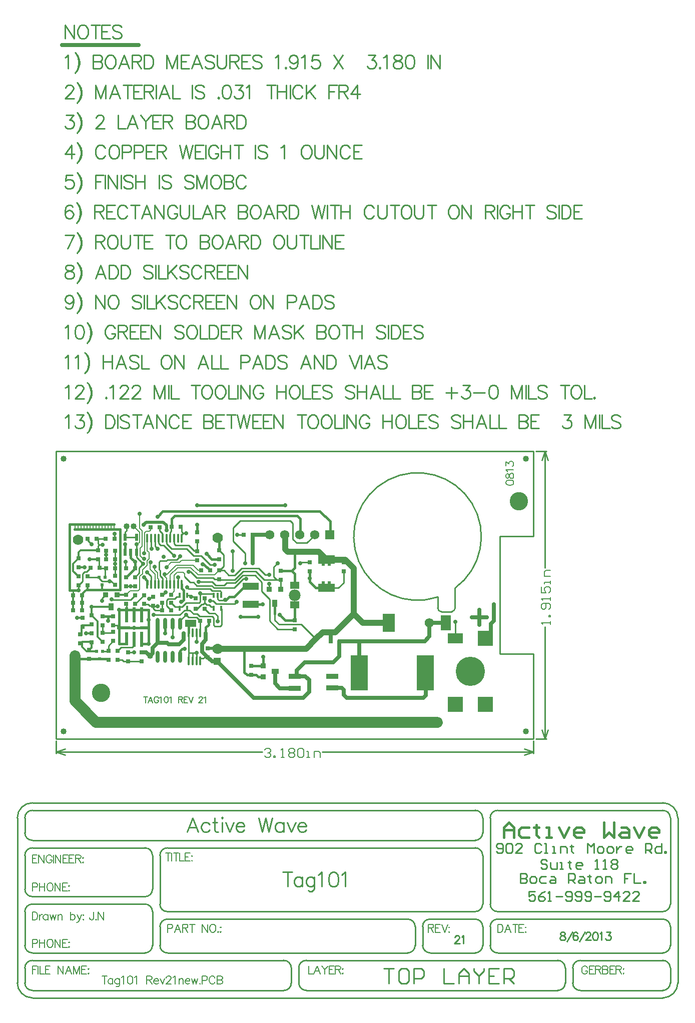
<source format=gtl>
%FSLAX25Y25*%
%MOIN*%
G70*
G01*
G75*
G04 Layer_Physical_Order=1*
G04 Layer_Color=255*
%ADD10R,0.08000X0.03500*%
%ADD11R,0.05000X0.03600*%
%ADD12R,0.03600X0.03600*%
%ADD13R,0.03000X0.03000*%
%ADD14R,0.02362X0.02362*%
%ADD15R,0.03000X0.03000*%
%ADD16C,0.04000*%
%ADD17R,0.07400X0.04500*%
%ADD18C,0.01200*%
%ADD19R,0.10000X0.10000*%
%ADD20R,0.10000X0.07000*%
%ADD21O,0.02400X0.08000*%
%ADD22R,0.03600X0.03600*%
%ADD23R,0.03600X0.05000*%
%ADD24R,0.02362X0.10000*%
%ADD25R,0.02362X0.09000*%
%ADD26R,0.07000X0.02362*%
%ADD27R,0.09000X0.02362*%
%ADD28O,0.01600X0.06000*%
%ADD29R,0.06299X0.05118*%
%ADD30O,0.01600X0.06000*%
%ADD31R,0.02000X0.05000*%
%ADD32R,0.11000X0.04500*%
%ADD33R,0.11811X0.23622*%
%ADD34R,0.01378X0.03543*%
%ADD35R,0.01378X0.03543*%
%ADD36R,0.11024X0.05512*%
%ADD37R,0.07000X0.10000*%
%ADD38R,0.08000X0.12000*%
%ADD39C,0.02500*%
%ADD40C,0.04000*%
%ADD41C,0.01500*%
%ADD42C,0.00800*%
%ADD43C,0.01000*%
%ADD44C,0.01200*%
%ADD45C,0.02000*%
%ADD46C,0.01600*%
%ADD47C,0.01400*%
%ADD48C,0.07400*%
%ADD49C,0.00600*%
%ADD50C,0.00500*%
%ADD51C,0.00900*%
%ADD52C,0.06200*%
%ADD53R,0.06200X0.06200*%
%ADD54R,0.05000X0.05000*%
%ADD55C,0.07000*%
%ADD56C,0.12200*%
%ADD57C,0.07800*%
%ADD58C,0.19500*%
%ADD59C,0.02800*%
G36*
X178000Y98300D02*
X180500D01*
Y92800D01*
X169500D01*
Y98300D01*
X172000D01*
Y99900D01*
X174100D01*
Y98300D01*
X176000D01*
Y99900D01*
X178000D01*
Y98300D01*
D02*
G37*
G36*
X180500Y111700D02*
X178000D01*
Y110100D01*
X175900D01*
Y111700D01*
X174000D01*
Y110100D01*
X172000D01*
Y111700D01*
X169500D01*
Y117200D01*
X180500D01*
Y111700D01*
D02*
G37*
D10*
X154000Y36450D02*
D03*
Y28550D02*
D03*
X179000Y36450D02*
D03*
Y28750D02*
D03*
D11*
X140900Y39900D02*
D03*
D12*
X132900Y36200D02*
D03*
Y43700D02*
D03*
D13*
X26100Y70600D02*
D03*
Y76600D02*
D03*
X12500Y69500D02*
D03*
Y75500D02*
D03*
X59600Y89600D02*
D03*
Y83600D02*
D03*
X41600Y90800D02*
D03*
Y84800D02*
D03*
X18600Y77100D02*
D03*
Y71100D02*
D03*
X18500Y65100D02*
D03*
Y59100D02*
D03*
X33000Y66100D02*
D03*
Y60100D02*
D03*
X43041Y52659D02*
D03*
Y46659D02*
D03*
X89000Y132500D02*
D03*
Y126500D02*
D03*
X52041Y52659D02*
D03*
Y46659D02*
D03*
X17100Y54100D02*
D03*
Y48100D02*
D03*
X89000Y120000D02*
D03*
Y114000D02*
D03*
X22900Y120700D02*
D03*
Y114700D02*
D03*
X34200Y103500D02*
D03*
Y97500D02*
D03*
X96087Y55300D02*
D03*
Y49300D02*
D03*
X164000Y106500D02*
D03*
Y112500D02*
D03*
X186500D02*
D03*
Y106500D02*
D03*
X41600Y102600D02*
D03*
Y96600D02*
D03*
X144500Y107000D02*
D03*
Y101000D02*
D03*
X33100Y70600D02*
D03*
Y76600D02*
D03*
X11100Y58694D02*
D03*
Y64694D02*
D03*
X9900Y97200D02*
D03*
Y103200D02*
D03*
Y109200D02*
D03*
Y115200D02*
D03*
X103500Y114600D02*
D03*
Y120600D02*
D03*
X15900Y103200D02*
D03*
Y97200D02*
D03*
X154000Y68000D02*
D03*
Y74000D02*
D03*
X47600Y96600D02*
D03*
Y102600D02*
D03*
X103600Y107100D02*
D03*
Y101100D02*
D03*
X26100Y59500D02*
D03*
Y65500D02*
D03*
X125000Y43500D02*
D03*
Y37500D02*
D03*
D14*
X23700Y102500D02*
D03*
X27637D02*
D03*
X25668Y97382D02*
D03*
X24069Y48182D02*
D03*
X26037Y53300D02*
D03*
X22100D02*
D03*
D15*
X12400Y85500D02*
D03*
X6400D02*
D03*
X12400Y80500D02*
D03*
X6400D02*
D03*
X94000Y81500D02*
D03*
X88000D02*
D03*
X94000Y88500D02*
D03*
X88000D02*
D03*
X47500Y85000D02*
D03*
X53500D02*
D03*
X34100Y128100D02*
D03*
X28100D02*
D03*
X91000Y73500D02*
D03*
X97000D02*
D03*
X64000Y136000D02*
D03*
X58000D02*
D03*
X78100Y136100D02*
D03*
X72100D02*
D03*
X91600Y107100D02*
D03*
X97600D02*
D03*
X126000Y131000D02*
D03*
X120000D02*
D03*
X24000Y108800D02*
D03*
X18000D02*
D03*
X30041Y47659D02*
D03*
X36041D02*
D03*
X65500Y85500D02*
D03*
X71500D02*
D03*
X12400Y90400D02*
D03*
X6400D02*
D03*
X65500Y80500D02*
D03*
X71500D02*
D03*
X34200Y108500D02*
D03*
X28200D02*
D03*
X35900Y53400D02*
D03*
X29900D02*
D03*
X28200Y114500D02*
D03*
X34200D02*
D03*
X28200Y120300D02*
D03*
X34200D02*
D03*
X15900Y128100D02*
D03*
X21900D02*
D03*
X53600Y90600D02*
D03*
X47600D02*
D03*
X178000Y60000D02*
D03*
X184000D02*
D03*
X47600Y108600D02*
D03*
X41600D02*
D03*
X65500Y91000D02*
D03*
X71500D02*
D03*
D16*
X308000Y0D02*
D03*
X0Y181500D02*
D03*
X308000D02*
D03*
X0Y0D02*
D03*
X57600Y50200D02*
D03*
X46700Y136400D02*
D03*
X41900D02*
D03*
D17*
X84600Y71800D02*
D03*
D18*
X3900Y137800D02*
D03*
X37600Y134500D02*
D03*
D19*
X281000Y62000D02*
D03*
Y18000D02*
D03*
X261000D02*
D03*
D20*
Y62000D02*
D03*
D21*
X62800Y49500D02*
D03*
X67800D02*
D03*
X72800D02*
D03*
X62800Y71500D02*
D03*
X72800D02*
D03*
X77800D02*
D03*
X67800D02*
D03*
X77800Y49500D02*
D03*
D22*
X35600Y90800D02*
D03*
X28100D02*
D03*
X137020Y94500D02*
D03*
X144500D02*
D03*
D23*
X31800Y82800D02*
D03*
X140760Y85051D02*
D03*
D24*
X47100Y61194D02*
D03*
X52100D02*
D03*
X52000Y77500D02*
D03*
X47100Y77400D02*
D03*
X42100D02*
D03*
D25*
Y61694D02*
D03*
D26*
X54307Y69032D02*
D03*
D27*
X40107Y69032D02*
D03*
D28*
X83423Y65400D02*
D03*
X85982Y46715D02*
D03*
X88541D02*
D03*
X83423D02*
D03*
X91100Y65400D02*
D03*
X88541D02*
D03*
X91100Y46715D02*
D03*
X85982Y65400D02*
D03*
D29*
X154015Y97196D02*
D03*
Y84204D02*
D03*
D30*
X55769Y97891D02*
D03*
X63446D02*
D03*
X68564Y128600D02*
D03*
X78800Y97891D02*
D03*
X63446Y128600D02*
D03*
X73682D02*
D03*
X66005Y97891D02*
D03*
X68564D02*
D03*
X71123Y128600D02*
D03*
X73682Y97891D02*
D03*
X76241D02*
D03*
X78800Y128600D02*
D03*
X55769D02*
D03*
X58328Y97891D02*
D03*
X66005Y128600D02*
D03*
X76241D02*
D03*
X60887D02*
D03*
X58328D02*
D03*
X71123Y97891D02*
D03*
X60887D02*
D03*
D31*
X41100Y119100D02*
D03*
Y129100D02*
D03*
X48600D02*
D03*
X44800Y119100D02*
D03*
X48600D02*
D03*
D32*
X124500Y96500D02*
D03*
Y84500D02*
D03*
D33*
X241047Y39000D02*
D03*
X196953D02*
D03*
D34*
X105159Y90431D02*
D03*
X82459D02*
D03*
D35*
X105159Y81769D02*
D03*
X100041D02*
D03*
X102600Y90431D02*
D03*
X100041D02*
D03*
X77341D02*
D03*
X79900D02*
D03*
X77341Y81769D02*
D03*
X82459D02*
D03*
D36*
X175000Y95551D02*
D03*
Y114449D02*
D03*
D37*
X254802Y72202D02*
D03*
D38*
X216802D02*
D03*
D39*
X254703Y72300D02*
X254802Y72202D01*
X243800Y72300D02*
X254703D01*
X243800Y63300D02*
Y72300D01*
X240500Y60000D02*
X243800Y63300D01*
X197000Y60000D02*
X240500D01*
X241047Y39000D02*
X241300Y38747D01*
Y23900D02*
Y38747D01*
X239600Y22200D02*
X241300Y23900D01*
X188700Y22200D02*
X239600D01*
X186800Y24100D02*
X188700Y22200D01*
X186800Y24100D02*
Y27400D01*
X185450Y28750D02*
X186800Y27400D01*
X179000Y28750D02*
X185450D01*
X196953Y59953D02*
X197000Y60000D01*
X184000D02*
X197000D01*
X196953Y39000D02*
Y59953D01*
X126000Y112000D02*
Y131000D01*
X137500D01*
X286500Y80500D02*
Y84500D01*
Y73500D02*
Y80500D01*
X92400Y52987D02*
X96087Y49300D01*
X98887Y46500D01*
X57600Y50200D02*
X59300Y51900D01*
Y55418D01*
X62800Y58918D01*
X55141Y52659D02*
X57600Y50200D01*
X52041Y52659D02*
X55141D01*
X98887Y46500D02*
X102400D01*
X80000Y60918D02*
Y65300D01*
X77082Y58000D02*
X80000Y60918D01*
X70000Y58000D02*
X77082D01*
X69082Y58918D02*
X70000Y58000D01*
X62800Y58918D02*
X69082D01*
X94800Y60759D02*
Y65300D01*
X62800Y58918D02*
Y71500D01*
X92400Y58359D02*
X94800Y60759D01*
X92400Y52987D02*
Y58359D01*
X272000Y75900D02*
X277000D01*
X282000D01*
X277000Y70900D02*
Y80900D01*
X281000Y62000D02*
X284500Y65500D01*
Y71500D01*
X286500Y73500D01*
X155200Y36450D02*
X161150D01*
X163500Y34100D01*
Y26100D02*
Y34100D01*
X159500Y22100D02*
X163500Y26100D01*
X126800Y22100D02*
X159500D01*
X102400Y46500D02*
X126800Y22100D01*
X140900Y31800D02*
Y39900D01*
X144150Y28550D02*
X155200D01*
X140900Y31800D02*
X144150Y28550D01*
X155200Y36450D02*
Y40600D01*
X160500Y45900D01*
X179800D01*
X183800Y49900D01*
Y59800D01*
X184000Y60000D01*
X178000D02*
Y65900D01*
X-1040Y457050D02*
X49960D01*
D40*
X187700Y114300D02*
X193300Y108700D01*
X175149Y114300D02*
X187700D01*
X193300Y78300D02*
X199398Y72202D01*
X216802D01*
X169934Y119515D02*
X175000Y114449D01*
X175149Y114300D01*
X154015Y119515D02*
X169934D01*
X149285D02*
X154015D01*
X147500Y121300D02*
Y131000D01*
Y121300D02*
X149285Y119515D01*
X193300Y78300D02*
Y108700D01*
X181000Y66000D02*
X193300Y78300D01*
X178100Y66000D02*
X181000D01*
X161500Y55000D02*
X168000Y61500D01*
X120400Y55000D02*
X161500D01*
X102600D02*
X120400D01*
X172500Y66000D02*
X178100D01*
X168000Y61500D02*
X172500Y66000D01*
D41*
X152015Y107000D02*
X154015Y105000D01*
X152015Y107000D02*
X154015Y109000D01*
Y98700D02*
X154315Y99000D01*
X154015Y98700D02*
Y105000D01*
Y109000D02*
Y119515D01*
X164000Y101900D02*
Y106500D01*
Y99500D02*
Y101900D01*
X92800Y111300D02*
X93400D01*
X97600Y107100D01*
X89000Y132500D02*
Y137400D01*
X95200Y118200D02*
X98800Y114600D01*
X103500D01*
X108050Y87350D02*
X110200Y89500D01*
X107800Y87100D02*
X108050Y87350D01*
X52000Y80800D02*
X56600D01*
X47100D02*
X52000D01*
X54307Y69032D02*
X55124D01*
X47100D02*
X54307D01*
X56600Y69032D02*
Y74100D01*
Y58300D02*
Y69032D01*
X52100Y58300D02*
X56600D01*
X42100Y80800D02*
X47100D01*
X42087D02*
X42100D01*
X37100Y69032D02*
Y70800D01*
Y58300D02*
Y69032D01*
Y58300D02*
X42100D01*
X97000Y73500D02*
X97100Y73600D01*
X96600Y73100D02*
X97000Y73500D01*
X17100Y48182D02*
X24069D01*
X9518D02*
X17100D01*
X78200Y86100D02*
X78400D01*
X79900Y87600D01*
X177500Y131000D02*
Y139900D01*
X170800Y146600D02*
X177500Y139900D01*
X66100Y146600D02*
X170800D01*
X62500Y143000D02*
X66100Y146600D01*
X89000Y150500D02*
X147500D01*
X29600Y76600D02*
X33100D01*
X26100D02*
X29600D01*
Y73700D02*
Y76600D01*
X124500Y84500D02*
X132500D01*
X144000Y77500D02*
X147500Y74000D01*
X154000D01*
X154015Y74015D01*
Y84204D01*
X53500Y102500D02*
X55769Y100232D01*
Y97891D02*
Y100232D01*
X120500Y96500D02*
X124500D01*
X113500Y89500D02*
X120500Y96500D01*
X110200Y89500D02*
X113500D01*
X74000Y143600D02*
X155500D01*
X72100Y141700D02*
X74000Y143600D01*
X79900Y90431D02*
Y94000D01*
Y87600D02*
Y90431D01*
X37100Y80800D02*
X42087D01*
X40107Y69032D02*
X47100D01*
X38907D02*
X40107D01*
X56600Y74100D02*
Y80800D01*
X47100Y78800D02*
Y80800D01*
X37100Y70800D02*
Y80800D01*
X24069Y48182D02*
X29518D01*
X72100Y136100D02*
Y141700D01*
X157500Y131000D02*
Y141600D01*
X155500Y143600D02*
X157500Y141600D01*
X78900Y54800D02*
X80600D01*
X77800Y53700D02*
X78900Y54800D01*
X77800Y49500D02*
Y53700D01*
X118100Y76300D02*
X129800D01*
X132900Y43700D02*
Y49600D01*
X103500Y120600D02*
Y128000D01*
X140800Y78100D02*
Y85011D01*
X140760Y85051D02*
X140800Y85011D01*
X96600Y71000D02*
Y73100D01*
X94800Y69200D02*
X96600Y71000D01*
X102500Y129000D02*
X103500Y128000D01*
X41600Y102600D02*
X47600Y108600D01*
X67800Y65300D02*
Y71500D01*
X67800Y65300D02*
X67800Y65300D01*
X40900Y120200D02*
Y124400D01*
X144500Y107000D02*
X152015D01*
X94800Y65300D02*
X94800Y69200D01*
X44800Y115700D02*
X47700Y112800D01*
X47600Y108600D02*
Y112700D01*
X47700Y112800D01*
X44800Y115700D02*
Y119100D01*
X78800Y95100D02*
Y97891D01*
Y95100D02*
X79900Y94000D01*
X120400Y39300D02*
Y55000D01*
X129600Y36200D02*
X132900D01*
X125000Y37500D02*
X128300D01*
X129600Y36200D01*
X120400Y39300D02*
X122200Y37500D01*
X125000D01*
X129100Y43700D02*
X132900D01*
X125000Y43500D02*
X128900D01*
X129100Y43700D01*
X178000Y65900D02*
X178100Y66000D01*
X164000Y99500D02*
X167949Y95551D01*
X175000D01*
X293352Y-70690D02*
Y-64025D01*
X296685Y-60693D01*
X300017Y-64025D01*
Y-70690D01*
Y-65691D01*
X293352D01*
X310014Y-64025D02*
X305015D01*
X303349Y-65691D01*
Y-69024D01*
X305015Y-70690D01*
X310014D01*
X315012Y-62359D02*
Y-64025D01*
X313346D01*
X316678D01*
X315012D01*
Y-69024D01*
X316678Y-70690D01*
X321676D02*
X325009D01*
X323342D01*
Y-64025D01*
X321676D01*
X330007D02*
X333339Y-70690D01*
X336672Y-64025D01*
X345002Y-70690D02*
X341670D01*
X340004Y-69024D01*
Y-65691D01*
X341670Y-64025D01*
X345002D01*
X346668Y-65691D01*
Y-67357D01*
X340004D01*
X359997Y-60693D02*
Y-70690D01*
X363330Y-67357D01*
X366662Y-70690D01*
Y-60693D01*
X371660Y-64025D02*
X374992D01*
X376659Y-65691D01*
Y-70690D01*
X371660D01*
X369994Y-69024D01*
X371660Y-67357D01*
X376659D01*
X379991Y-64025D02*
X383323Y-70690D01*
X386655Y-64025D01*
X394986Y-70690D02*
X391654D01*
X389988Y-69024D01*
Y-65691D01*
X391654Y-64025D01*
X394986D01*
X396652Y-65691D01*
Y-67357D01*
X389988D01*
D42*
X68500Y109300D02*
X71700Y112500D01*
X77300D01*
X67400Y103164D02*
X68564Y102000D01*
Y97891D02*
Y102000D01*
X67400Y103164D02*
Y104700D01*
X68900D02*
X74900Y110700D01*
X67400Y104700D02*
X68900D01*
X74900Y110700D02*
X86200D01*
X71123Y97891D02*
Y104223D01*
X75900Y109000D01*
X84800D01*
X100700Y104200D02*
X103600Y107100D01*
X89600Y104200D02*
X100700D01*
X84800Y109000D02*
X89600Y104200D01*
X75500Y105800D02*
X79700D01*
X73682Y103982D02*
X75500Y105800D01*
X73682Y97891D02*
Y103982D01*
X79700Y105800D02*
X80600Y104900D01*
Y102800D02*
Y104900D01*
X86200Y110700D02*
X89800Y107100D01*
X91600D01*
X77300Y112500D02*
X78800Y114000D01*
X89000D01*
X71500Y91000D02*
X73682Y93182D01*
Y97891D01*
X50500Y135300D02*
X52300Y133500D01*
X50500Y135300D02*
Y145000D01*
X57000Y114900D02*
Y119100D01*
X55769Y120332D02*
X57000Y119100D01*
X55769Y120332D02*
Y128600D01*
X50700Y103154D02*
X52500Y104954D01*
X50700Y94700D02*
Y103154D01*
X49600Y93600D02*
X50700Y94700D01*
X44400Y93600D02*
X49600D01*
X41600Y90800D02*
X44400Y93600D01*
X48600Y124400D02*
X49100D01*
X46700Y136400D02*
X50600Y132500D01*
X49100Y124400D02*
X50600Y125900D01*
Y132500D01*
X58000Y134000D02*
Y136000D01*
X57100Y133100D02*
X58000Y134000D01*
X54900Y133100D02*
X57100D01*
X53900Y132100D02*
X54900Y133100D01*
X53600Y118500D02*
X53900Y118800D01*
Y132100D01*
X52900Y114900D02*
X53600D01*
X51000Y116800D02*
X52900Y114900D01*
X51000Y116800D02*
Y122000D01*
X52300Y123300D01*
Y133500D01*
X63446Y97891D02*
Y101054D01*
X62500Y102000D02*
X63446Y101054D01*
X52500Y104954D02*
Y107500D01*
X55500Y113400D02*
X57000Y114900D01*
X52500Y107500D02*
X55500Y110500D01*
Y113400D01*
X62500Y102000D02*
Y105500D01*
X60500Y107500D02*
Y109500D01*
Y107500D02*
X62500Y105500D01*
X60887Y97891D02*
Y104613D01*
X57693Y112193D02*
X57987Y112487D01*
X58000Y112474D02*
X58013Y112487D01*
X57693Y107807D02*
X60887Y104613D01*
X57693Y107807D02*
Y112193D01*
X294801Y165428D02*
X295039Y164714D01*
X295753Y164238D01*
X296943Y164000D01*
X297658D01*
X298848Y164238D01*
X299562Y164714D01*
X299800Y165428D01*
Y165904D01*
X299562Y166619D01*
X298848Y167095D01*
X297658Y167333D01*
X296943D01*
X295753Y167095D01*
X295039Y166619D01*
X294801Y165904D01*
Y165428D01*
Y169642D02*
X295039Y168928D01*
X295515Y168690D01*
X295991D01*
X296467Y168928D01*
X296705Y169404D01*
X296943Y170356D01*
X297182Y171070D01*
X297658Y171546D01*
X298134Y171784D01*
X298848D01*
X299324Y171546D01*
X299562Y171308D01*
X299800Y170594D01*
Y169642D01*
X299562Y168928D01*
X299324Y168690D01*
X298848Y168451D01*
X298134D01*
X297658Y168690D01*
X297182Y169166D01*
X296943Y169880D01*
X296705Y170832D01*
X296467Y171308D01*
X295991Y171546D01*
X295515D01*
X295039Y171308D01*
X294801Y170594D01*
Y169642D01*
X295753Y172903D02*
X295515Y173379D01*
X294801Y174093D01*
X299800D01*
X294801Y177045D02*
Y179663D01*
X296705Y178235D01*
Y178949D01*
X296943Y179425D01*
X297182Y179663D01*
X297896Y179901D01*
X298372D01*
X299086Y179663D01*
X299562Y179187D01*
X299800Y178473D01*
Y177759D01*
X299562Y177045D01*
X299324Y176807D01*
X298848Y176569D01*
X20028Y-120491D02*
Y-124554D01*
X19774Y-125315D01*
X19520Y-125569D01*
X19012Y-125823D01*
X18504D01*
X17996Y-125569D01*
X17742Y-125315D01*
X17489Y-124554D01*
Y-124046D01*
X21653Y-125315D02*
X21399Y-125569D01*
X21653Y-125823D01*
X21907Y-125569D01*
X21653Y-125315D01*
X23075Y-120491D02*
Y-125823D01*
Y-120491D02*
X26629Y-125823D01*
Y-120491D02*
Y-125823D01*
D43*
X69200Y114300D02*
X75300D01*
X68300Y113400D02*
X69200Y114300D01*
X63500Y112500D02*
X64400Y113400D01*
X63500Y107800D02*
Y112500D01*
Y107800D02*
X64487Y106813D01*
X64400Y113400D02*
X68300D01*
X75300Y114300D02*
X77600Y116600D01*
X64487Y103513D02*
Y106813D01*
Y103513D02*
X66005Y101995D01*
X83300Y94900D02*
X97700D01*
X82400Y95800D02*
X83300Y94900D01*
X97700D02*
X99000Y93600D01*
X104200D01*
X88700Y97000D02*
X98700D01*
X86600Y99100D02*
X88700Y97000D01*
X98700D02*
X100200Y95500D01*
X89835Y99665D02*
X98935D01*
X101300Y97300D01*
X107000D02*
X108700Y99000D01*
X101300Y97300D02*
X107000D01*
X108700Y99000D02*
X114300D01*
X119300Y104000D01*
X100200Y95500D02*
X113500D01*
X99500Y102300D02*
X100700Y101100D01*
X88700Y102300D02*
X99500D01*
X84800Y106200D02*
X88700Y102300D01*
X83300Y106200D02*
X84800D01*
X84300Y99100D02*
X86600D01*
X113500Y95500D02*
X119500Y101500D01*
X104200Y93600D02*
X105159Y92641D01*
X64555Y123990D02*
X66610D01*
X63446Y125100D02*
X64555Y123990D01*
X66610D02*
X73600Y117000D01*
X68564Y125036D02*
X71900Y121700D01*
X68564Y125036D02*
Y128600D01*
X71900Y121700D02*
X81900D01*
X66005Y128600D02*
Y131495D01*
X64000Y133500D02*
X66005Y131495D01*
X64000Y133500D02*
Y136000D01*
X71123Y132523D02*
X71800Y133200D01*
X71123Y128600D02*
Y132523D01*
X88800Y75900D02*
X91100Y73600D01*
X81900Y121700D02*
X86600Y117000D01*
X91700D01*
X83200Y123900D02*
X87000Y120100D01*
X74600Y123900D02*
X83200D01*
X87000Y120100D02*
X88900D01*
X73682Y124818D02*
X74600Y123900D01*
X73682Y124818D02*
Y128600D01*
X97800Y110900D02*
X100600D01*
X91700Y117000D02*
X97800Y110900D01*
X89000Y120000D02*
Y126500D01*
X103500Y87100D02*
X107800D01*
X65500Y80600D02*
X65600D01*
X61000D02*
X65500D01*
X53600Y85100D02*
X54200Y84500D01*
X59600Y83600D02*
X60000Y83200D01*
X62600D01*
X101800Y84900D02*
X113900D01*
X115300Y86300D01*
X91100Y73500D02*
Y73600D01*
Y65400D02*
Y73500D01*
X105159Y90431D02*
Y92641D01*
X80600Y102800D02*
X84300Y99100D01*
X66005Y97891D02*
Y101995D01*
X103775Y106925D02*
X103950Y107100D01*
X103600Y106750D02*
X103775Y106925D01*
X68500Y128536D02*
X68564Y128600D01*
X76241Y97891D02*
Y102541D01*
X77341Y82800D02*
X79000D01*
X74400D02*
X77341D01*
X71600Y85600D02*
X74400Y82800D01*
X68500Y83700D02*
X71600Y80600D01*
X82459D02*
X84000D01*
X80500D02*
X82459D01*
X48400Y119100D02*
Y120200D01*
X26037Y53300D02*
X29900D01*
X161900Y125400D02*
X167500Y131000D01*
X155200Y125400D02*
X161900D01*
X65500Y80600D02*
Y85500D01*
Y80500D02*
Y80600D01*
X119500Y101500D02*
X121500D01*
X113000Y126500D02*
X121000Y118500D01*
Y112000D02*
Y118500D01*
X132135Y93065D02*
X137200Y88000D01*
X132135Y93065D02*
Y99365D01*
X119300Y104000D02*
X127500D01*
X132135Y99365D01*
X128000Y106500D02*
X133500Y101000D01*
X114000D02*
X119500Y106500D01*
X103700Y101000D02*
X114000D01*
X119500Y106500D02*
X128000D01*
X134200Y104300D02*
X137000D01*
X130000Y108500D02*
X134200Y104300D01*
X110000Y104000D02*
X114000D01*
X118500Y108500D01*
X130000D01*
X117600Y140100D02*
X151000D01*
X113000Y135500D02*
X117600Y140100D01*
X113000Y126500D02*
Y135500D01*
X158400Y71100D02*
X168000Y61500D01*
X86041Y52215D02*
X88541D01*
X83423D02*
X86041D01*
X85982Y52156D02*
X86041Y52215D01*
X28200Y117500D02*
Y120300D01*
Y114500D02*
Y117500D01*
X15900Y128100D02*
Y128400D01*
Y127300D02*
Y128100D01*
X47100Y80800D02*
X47587Y81287D01*
X83423Y52215D02*
Y65400D01*
Y46715D02*
Y52215D01*
X42087Y80800D02*
Y84313D01*
X36900Y70600D02*
X37100Y70800D01*
X93887Y49300D02*
X96087D01*
X44600Y96600D02*
X47600D01*
X41600D02*
X44600D01*
X48600Y119100D02*
Y124400D01*
Y115900D02*
Y119100D01*
X29900Y53400D02*
Y57000D01*
Y53300D02*
Y53400D01*
X30800Y100000D02*
X31700D01*
X25700D02*
X30800D01*
X6400Y90400D02*
Y93900D01*
Y88700D02*
Y90400D01*
X43041Y46659D02*
X52041D01*
X40041D02*
X43041D01*
X23700Y109100D02*
X24000Y108800D01*
X24300Y108500D01*
X34200Y114500D02*
Y120300D01*
Y111400D02*
Y114500D01*
Y108500D02*
Y111400D01*
Y103500D02*
Y108500D01*
X151000Y140100D02*
X152600Y138500D01*
Y128000D02*
X155200Y125400D01*
X152600Y128000D02*
Y138500D01*
X143600Y71100D02*
X158400D01*
X140760Y73940D02*
X143600Y71100D01*
X140760Y73940D02*
Y85051D01*
X100700Y101100D02*
X103600D01*
X103700Y101000D01*
X78800Y132800D02*
X79800Y131800D01*
X78800Y130800D02*
X79800Y131800D01*
X78800Y132800D02*
Y135400D01*
X79800Y131800D02*
X81700D01*
X106600Y109750D02*
Y117500D01*
X103500Y120600D02*
X106600Y117500D01*
X58600Y89600D02*
X59600D01*
X57100Y88100D02*
X58600Y89600D01*
X57200Y83600D02*
X59600D01*
X56300Y84500D02*
X57200Y83600D01*
X54200Y84500D02*
X56300D01*
X77800Y74000D02*
X81500Y77700D01*
X60000Y77400D02*
X77300D01*
X137200Y73400D02*
Y88000D01*
Y73400D02*
X142600Y68000D01*
X154000D01*
X137000Y98300D02*
X137020Y98280D01*
Y94500D02*
Y98280D01*
X78100Y136100D02*
X78800Y135400D01*
X71800Y135800D02*
X72100Y136100D01*
X71800Y133200D02*
Y135800D01*
X26011Y124303D02*
X26114Y124200D01*
X23752Y124303D02*
X26011D01*
X22100Y128100D02*
X28100D01*
X22900Y120700D02*
Y123451D01*
Y125154D02*
X23752Y124303D01*
X22900Y123451D02*
X23752Y124303D01*
X22900Y125154D02*
Y127400D01*
X15393Y106193D02*
X18000Y108800D01*
X13909Y106193D02*
X15393D01*
X12728Y105012D02*
X13909Y106193D01*
X12728Y100028D02*
Y105012D01*
X9900Y97200D02*
X12728Y100028D01*
X144500Y94500D02*
Y101000D01*
X85982Y46715D02*
Y52156D01*
X88541Y46715D02*
Y52215D01*
X35900Y53400D02*
X38300Y55800D01*
X45600D01*
X47100Y57300D01*
Y59194D01*
X29900Y57000D02*
X33000Y60100D01*
X26100Y65500D02*
X32400D01*
X33000Y66100D01*
X26100Y65500D02*
Y70600D01*
X33100Y76600D02*
X33100Y76600D01*
Y70600D02*
X36900D01*
X88541Y59659D02*
Y65400D01*
X29518Y48182D02*
X30041Y47659D01*
X36041D02*
X39041D01*
X40041Y46659D01*
X43041Y52659D02*
X47041D01*
X93087Y48500D02*
X93887Y49300D01*
X41600Y84800D02*
X42087Y84313D01*
X25700Y87000D02*
Y88400D01*
X28100Y90800D01*
X23700Y102000D02*
Y102500D01*
X31700Y100000D02*
X34200Y97500D01*
X23700Y102000D02*
X25700Y100000D01*
X27637Y102500D02*
Y107937D01*
X28200Y108500D01*
X24300D02*
X28200D01*
X23700Y109100D02*
Y113900D01*
X22900Y114700D02*
X23700Y113900D01*
X22100Y128100D02*
X22900Y127400D01*
X15900Y127300D02*
X18600Y124600D01*
X18000Y108700D02*
Y108800D01*
X9900Y93900D02*
Y97200D01*
X41200Y109000D02*
X41600Y108600D01*
X41200Y109000D02*
Y112800D01*
X33900Y128900D02*
Y131500D01*
X47600Y102600D02*
X50400Y105400D01*
X15900Y103200D02*
X16600Y102500D01*
X23700D01*
X47600Y85100D02*
X48100D01*
X53600Y90600D01*
X44700Y87700D02*
X47600Y90600D01*
X32000Y87700D02*
X44700D01*
X31900Y87800D02*
X32000Y87700D01*
X59600Y82000D02*
Y83600D01*
Y82000D02*
X61000Y80600D01*
X77800Y71500D02*
Y74000D01*
X72800Y62400D02*
X72800Y71500D01*
X48600Y115900D02*
X50400Y114100D01*
X81500Y77700D02*
X83300Y75900D01*
X88800D01*
X89146Y78100D02*
X90746Y76500D01*
X94000Y81500D02*
X96900Y78600D01*
X84000Y80600D02*
X86500Y78100D01*
X89146D01*
X77300Y77400D02*
X80500Y80600D01*
X79000Y82800D02*
X81600Y85400D01*
X100000Y90472D02*
Y91500D01*
Y90472D02*
X100041Y90431D01*
X91100Y90900D02*
X91700Y91500D01*
X100000D01*
X90400Y85400D02*
X91100Y86100D01*
X81600Y85400D02*
X90400D01*
X91100Y86100D02*
Y90900D01*
X88000Y81500D02*
X89100D01*
X92100Y84500D01*
X93000D01*
X94000Y85500D01*
Y88500D01*
X75200Y89400D02*
X77300D01*
Y90390D01*
X77341Y90431D01*
X91100Y48500D02*
X93087D01*
X58328Y121672D02*
Y128600D01*
X60887Y123113D02*
Y128600D01*
Y123113D02*
X62500Y121500D01*
X95200Y84300D02*
X96972D01*
X94000Y85500D02*
X95200Y84300D01*
X96972D02*
X98472Y82800D01*
X100000D01*
X99900Y70900D02*
Y75700D01*
Y70900D02*
X100800Y70000D01*
X104300D02*
X105300Y71000D01*
Y81628D01*
X105159Y81769D02*
X105300Y81628D01*
X99100Y76500D02*
X99900Y75700D01*
X90746Y76500D02*
X99100D01*
X100800Y70000D02*
X104300D01*
X96900Y78600D02*
X100800D01*
X102600Y73100D02*
Y76800D01*
X100800Y78600D02*
X102600Y76800D01*
X99800Y86900D02*
X101800Y84900D01*
X97700Y86900D02*
X99800D01*
X102600Y88000D02*
Y90431D01*
Y88000D02*
X103500Y87100D01*
X41900Y133700D02*
Y136400D01*
X41100Y132900D02*
X41900Y133700D01*
X103600Y106800D02*
Y107100D01*
X63446Y125100D02*
Y128600D01*
X261000Y62000D02*
Y73000D01*
X106900Y107100D02*
X110000Y104000D01*
X140000Y109500D02*
X142500Y112000D01*
X140000Y103000D02*
Y109500D01*
X57987Y112487D02*
X58013D01*
X50500Y114000D02*
X53000Y111500D01*
X50400Y114000D02*
Y114100D01*
Y108900D02*
X53000Y111500D01*
X50400Y105400D02*
Y108900D01*
X58328Y97891D02*
Y103172D01*
X55500Y106000D02*
X58328Y103172D01*
X158000Y112500D02*
X164000D01*
X157500Y112000D02*
X158000Y112500D01*
X112500Y106800D02*
Y120000D01*
X82459Y90431D02*
X83869D01*
X84900Y89400D01*
X87100D01*
X88000Y88500D01*
X41100Y129100D02*
Y132900D01*
X78800Y128600D02*
Y130800D01*
X68500Y83700D02*
Y87056D01*
X69544Y88100D01*
X73900D01*
X75200Y89400D01*
X115500Y131000D02*
X120000D01*
X103950Y107100D02*
X106600Y109750D01*
X103600Y107100D02*
X103950D01*
X106900D01*
X133500Y101000D02*
X142000D01*
X144500D01*
X140000Y103000D02*
X142000Y101000D01*
X41100Y129100D02*
X48600D01*
X65500Y91000D02*
X66400D01*
X68000Y92600D01*
X186500Y99000D02*
Y106500D01*
X175000Y95551D02*
X183051D01*
X186500Y99000D01*
X213261Y-157970D02*
X219925D01*
X216593D01*
Y-167967D01*
X228256Y-157970D02*
X224923D01*
X223257Y-159636D01*
Y-166301D01*
X224923Y-167967D01*
X228256D01*
X229922Y-166301D01*
Y-159636D01*
X228256Y-157970D01*
X233254Y-167967D02*
Y-157970D01*
X238253D01*
X239919Y-159636D01*
Y-162969D01*
X238253Y-164635D01*
X233254D01*
X253248Y-157970D02*
Y-167967D01*
X259912D01*
X263245D02*
Y-161302D01*
X266577Y-157970D01*
X269909Y-161302D01*
Y-167967D01*
Y-162969D01*
X263245D01*
X273241Y-157970D02*
Y-159636D01*
X276573Y-162969D01*
X279906Y-159636D01*
Y-157970D01*
X276573Y-162969D02*
Y-167967D01*
X289902Y-157970D02*
X283238D01*
Y-167967D01*
X289902D01*
X283238Y-162969D02*
X286570D01*
X293235Y-167967D02*
Y-157970D01*
X298233D01*
X299899Y-159636D01*
Y-162969D01*
X298233Y-164635D01*
X293235D01*
X296567D02*
X299899Y-167967D01*
X314500Y186500D02*
X321600D01*
X314500Y-5000D02*
X321600D01*
X320600Y108744D02*
Y186500D01*
Y-5000D02*
Y69556D01*
X318600Y180500D02*
X320600Y186500D01*
X322600Y180500D01*
X320600Y-5000D02*
X322600Y1000D01*
X318600D02*
X320600Y-5000D01*
X313000Y-14900D02*
Y-6500D01*
X-5000Y-14900D02*
Y-6500D01*
X172494Y-13900D02*
X313000D01*
X-5000D02*
X132306D01*
X307000Y-11900D02*
X313000Y-13900D01*
X307000Y-15900D02*
X313000Y-13900D01*
X-5000D02*
X1000Y-15900D01*
X-5000Y-13900D02*
X1000Y-11900D01*
X258500Y79700D02*
G03*
X260800Y82000I0J2300D01*
G01*
X249300D02*
G03*
X251600Y79700I2300J0D01*
G01*
X260785Y95320D02*
G03*
X249300Y89401I-24985J34380D01*
G01*
X-5000Y-5000D02*
X313000D01*
X290500Y130000D02*
X313000D01*
X290500Y51400D02*
X313000D01*
X-5000Y-5000D02*
Y186500D01*
X313000Y-5000D02*
Y51400D01*
X290500D02*
Y130000D01*
X313000D02*
Y186500D01*
X-5000D02*
X313000D01*
X260800Y82000D02*
Y95300D01*
X251600Y79700D02*
X258500D01*
X249300Y82000D02*
Y89400D01*
X151692Y-157718D02*
G03*
X146692Y-152718I-5000J0D01*
G01*
X146808Y-172718D02*
G03*
X151690Y-167750I84J4800D01*
G01*
X161692Y-152718D02*
G03*
X156692Y-157718I0J-5000D01*
G01*
Y-167718D02*
G03*
X161605Y-172717I5000J0D01*
G01*
X334192Y-157718D02*
G03*
X329192Y-152718I-5000J0D01*
G01*
X329308Y-172718D02*
G03*
X334190Y-167750I84J4800D01*
G01*
X339192Y-167818D02*
G03*
X344178Y-172717I4900J0D01*
G01*
X344192Y-152718D02*
G03*
X339192Y-157718I0J-5000D01*
G01*
X59192Y-82618D02*
G03*
X54292Y-77718I-4900J0D01*
G01*
X54392Y-110218D02*
G03*
X59192Y-105418I0J4800D01*
G01*
Y-120118D02*
G03*
X54121Y-115221I-4900J0D01*
G01*
X64192Y-115318D02*
G03*
X69092Y-120218I4900J0D01*
G01*
X64192Y-142818D02*
G03*
X69092Y-147718I4900J0D01*
G01*
X54292D02*
G03*
X59192Y-142818I0J4900D01*
G01*
X234192Y-130118D02*
G03*
X229292Y-125218I-4900J0D01*
G01*
Y-147718D02*
G03*
X234191Y-142732I0J4900D01*
G01*
X239192Y-142618D02*
G03*
X244203Y-147717I5100J0D01*
G01*
X243992Y-125218D02*
G03*
X239199Y-130269I0J-4800D01*
G01*
X69192Y-125218D02*
G03*
X64192Y-130218I0J-5000D01*
G01*
X69192Y-77718D02*
G03*
X64192Y-82718I0J-5000D01*
G01*
X-25808Y-142718D02*
G03*
X-20895Y-147717I5000J0D01*
G01*
X-20808Y-115218D02*
G03*
X-25808Y-120218I0J-5000D01*
G01*
Y-105218D02*
G03*
X-20808Y-110218I5000J0D01*
G01*
Y-77718D02*
G03*
X-25808Y-82718I0J-5000D01*
G01*
Y-67718D02*
G03*
X-20808Y-72718I5000J0D01*
G01*
Y-52718D02*
G03*
X-25808Y-57718I0J-5000D01*
G01*
X279192D02*
G03*
X274192Y-52718I-5000J0D01*
G01*
X289192D02*
G03*
X284192Y-57718I0J-5000D01*
G01*
X274192Y-72718D02*
G03*
X279192Y-67718I0J5000D01*
G01*
Y-82718D02*
G03*
X274192Y-77718I-5000J0D01*
G01*
X-20808Y-152718D02*
G03*
X-25808Y-157718I0J-5000D01*
G01*
X274279Y-120218D02*
G03*
X279193Y-115218I-87J5000D01*
G01*
X-25808Y-167718D02*
G03*
X-20895Y-172717I5000J0D01*
G01*
X279192Y-130118D02*
G03*
X274292Y-125218I-4900J0D01*
G01*
X284192Y-142818D02*
G03*
X289177Y-147717I4900J0D01*
G01*
X274192Y-147718D02*
G03*
X279192Y-142718I0J5000D01*
G01*
X399192Y-172718D02*
G03*
X404192Y-167718I0J5000D01*
G01*
X404192Y-157630D02*
G03*
X399192Y-152717I-5000J-87D01*
G01*
Y-147718D02*
G03*
X404192Y-142718I0J5000D01*
G01*
Y-57618D02*
G03*
X399121Y-52721I-4900J0D01*
G01*
X409192Y-57718D02*
G03*
X399192Y-47718I-10000J0D01*
G01*
Y-177718D02*
G03*
X409192Y-167718I0J10000D01*
G01*
X-30808Y-167618D02*
G03*
X-20884Y-177716I10100J0D01*
G01*
X-20808Y-47718D02*
G03*
X-30808Y-57718I0J-10000D01*
G01*
X284192Y-115218D02*
G03*
X289192Y-120218I5000J0D01*
G01*
X399192D02*
G03*
X404192Y-115218I0J5000D01*
G01*
X289192Y-125218D02*
G03*
X284192Y-130218I0J-5000D01*
G01*
X404192Y-130118D02*
G03*
X399292Y-125218I-4900J0D01*
G01*
X161692Y-172718D02*
X329192D01*
X-20808D02*
X146692D01*
X-20808Y-152718D02*
X146692D01*
X161692D02*
X329192D01*
X344192Y-172718D02*
X399192D01*
X344192Y-152718D02*
X399192D01*
X-20808Y-52718D02*
X274192D01*
X-20808Y-177718D02*
X399192D01*
X-20808Y-47718D02*
X399192D01*
X-20808Y-147718D02*
X54192D01*
X-20808Y-115218D02*
X54192D01*
X-20808Y-110218D02*
X54192D01*
X-20808Y-77718D02*
X54192D01*
X-20808Y-72718D02*
X274192D01*
X69192Y-77718D02*
X274192D01*
X69192Y-125218D02*
X229192D01*
X69192Y-147718D02*
X229192D01*
X244192D02*
X274192D01*
X244192Y-125218D02*
X274192D01*
X289192Y-147718D02*
X399192D01*
X289192Y-52718D02*
X399192D01*
X69192Y-120218D02*
X274192D01*
X289192D02*
X399192D01*
X289192Y-125218D02*
X399192D01*
X151692Y-167718D02*
Y-157718D01*
X156692Y-167718D02*
Y-157718D01*
X334192Y-167718D02*
Y-157718D01*
X339192Y-167718D02*
Y-157718D01*
X409192Y-167718D02*
Y-57718D01*
X-25808Y-142718D02*
Y-120218D01*
X59192Y-142718D02*
Y-120218D01*
X-25808Y-105218D02*
Y-82718D01*
X59192Y-105218D02*
Y-82718D01*
X-25808Y-67718D02*
Y-57718D01*
X279192Y-67718D02*
Y-57718D01*
Y-115218D02*
Y-82718D01*
X64192Y-115218D02*
Y-82718D01*
X234192Y-142718D02*
Y-130218D01*
X64192Y-142718D02*
Y-130218D01*
X239192Y-142718D02*
Y-130218D01*
X279192Y-142718D02*
Y-130218D01*
X404192Y-167718D02*
Y-157718D01*
X-25808Y-167718D02*
Y-157718D01*
X-30808Y-167718D02*
Y-57718D01*
X284192Y-115218D02*
Y-57718D01*
X404192Y-115218D02*
Y-57718D01*
X284192Y-142718D02*
Y-130218D01*
X404192Y-142718D02*
Y-130118D01*
X304352Y-94792D02*
Y-101190D01*
X307551D01*
X308617Y-100123D01*
Y-99057D01*
X307551Y-97991D01*
X304352D01*
X307551D01*
X308617Y-96925D01*
Y-95858D01*
X307551Y-94792D01*
X304352D01*
X311817Y-101190D02*
X313949D01*
X315016Y-100123D01*
Y-97991D01*
X313949Y-96925D01*
X311817D01*
X310750Y-97991D01*
Y-100123D01*
X311817Y-101190D01*
X321413Y-96925D02*
X318214D01*
X317148Y-97991D01*
Y-100123D01*
X318214Y-101190D01*
X321413D01*
X324612Y-96925D02*
X326745D01*
X327811Y-97991D01*
Y-101190D01*
X324612D01*
X323546Y-100123D01*
X324612Y-99057D01*
X327811D01*
X336342Y-101190D02*
Y-94792D01*
X339541D01*
X340607Y-95858D01*
Y-97991D01*
X339541Y-99057D01*
X336342D01*
X338474D02*
X340607Y-101190D01*
X343806Y-96925D02*
X345939D01*
X347005Y-97991D01*
Y-101190D01*
X343806D01*
X342740Y-100123D01*
X343806Y-99057D01*
X347005D01*
X350204Y-95858D02*
Y-96925D01*
X349138D01*
X351270D01*
X350204D01*
Y-100123D01*
X351270Y-101190D01*
X355536D02*
X357668D01*
X358735Y-100123D01*
Y-97991D01*
X357668Y-96925D01*
X355536D01*
X354469Y-97991D01*
Y-100123D01*
X355536Y-101190D01*
X360867D02*
Y-96925D01*
X364066D01*
X365133Y-97991D01*
Y-101190D01*
X377928Y-94792D02*
X373663D01*
Y-97991D01*
X375796D01*
X373663D01*
Y-101190D01*
X380061Y-94792D02*
Y-101190D01*
X384326D01*
X386459D02*
Y-100123D01*
X387525D01*
Y-101190D01*
X386459D01*
X288352Y-80123D02*
X289419Y-81190D01*
X291551D01*
X292618Y-80123D01*
Y-75858D01*
X291551Y-74792D01*
X289419D01*
X288352Y-75858D01*
Y-76925D01*
X289419Y-77991D01*
X292618D01*
X294750Y-75858D02*
X295816Y-74792D01*
X297949D01*
X299015Y-75858D01*
Y-80123D01*
X297949Y-81190D01*
X295816D01*
X294750Y-80123D01*
Y-75858D01*
X305413Y-81190D02*
X301148D01*
X305413Y-76925D01*
Y-75858D01*
X304347Y-74792D01*
X302214D01*
X301148Y-75858D01*
X318209D02*
X317143Y-74792D01*
X315010D01*
X313944Y-75858D01*
Y-80123D01*
X315010Y-81190D01*
X317143D01*
X318209Y-80123D01*
X320342Y-81190D02*
X322475D01*
X321408D01*
Y-74792D01*
X320342D01*
X325674Y-81190D02*
X327806D01*
X326740D01*
Y-76925D01*
X325674D01*
X331005Y-81190D02*
Y-76925D01*
X334204D01*
X335270Y-77991D01*
Y-81190D01*
X338469Y-75858D02*
Y-76925D01*
X337403D01*
X339536D01*
X338469D01*
Y-80123D01*
X339536Y-81190D01*
X349133D02*
Y-74792D01*
X351265Y-76925D01*
X353398Y-74792D01*
Y-81190D01*
X356597D02*
X358730D01*
X359796Y-80123D01*
Y-77991D01*
X358730Y-76925D01*
X356597D01*
X355531Y-77991D01*
Y-80123D01*
X356597Y-81190D01*
X362995D02*
X365127D01*
X366194Y-80123D01*
Y-77991D01*
X365127Y-76925D01*
X362995D01*
X361928Y-77991D01*
Y-80123D01*
X362995Y-81190D01*
X368326Y-76925D02*
Y-81190D01*
Y-79057D01*
X369393Y-77991D01*
X370459Y-76925D01*
X371525D01*
X377923Y-81190D02*
X375791D01*
X374724Y-80123D01*
Y-77991D01*
X375791Y-76925D01*
X377923D01*
X378990Y-77991D01*
Y-79057D01*
X374724D01*
X387520Y-81190D02*
Y-74792D01*
X390719D01*
X391785Y-75858D01*
Y-77991D01*
X390719Y-79057D01*
X387520D01*
X389653D02*
X391785Y-81190D01*
X398183Y-74792D02*
Y-81190D01*
X394984D01*
X393918Y-80123D01*
Y-77991D01*
X394984Y-76925D01*
X398183D01*
X400316Y-81190D02*
Y-80123D01*
X401382D01*
Y-81190D01*
X400316D01*
X314118Y-106792D02*
X309852D01*
Y-109991D01*
X311985Y-108924D01*
X313051D01*
X314118Y-109991D01*
Y-112123D01*
X313051Y-113190D01*
X310919D01*
X309852Y-112123D01*
X320515Y-106792D02*
X318383Y-107858D01*
X316250Y-109991D01*
Y-112123D01*
X317317Y-113190D01*
X319449D01*
X320515Y-112123D01*
Y-111057D01*
X319449Y-109991D01*
X316250D01*
X322648Y-113190D02*
X324781D01*
X323714D01*
Y-106792D01*
X322648Y-107858D01*
X327980Y-109991D02*
X332245D01*
X334378Y-112123D02*
X335444Y-113190D01*
X337577D01*
X338643Y-112123D01*
Y-107858D01*
X337577Y-106792D01*
X335444D01*
X334378Y-107858D01*
Y-108924D01*
X335444Y-109991D01*
X338643D01*
X340776Y-112123D02*
X341842Y-113190D01*
X343974D01*
X345041Y-112123D01*
Y-107858D01*
X343974Y-106792D01*
X341842D01*
X340776Y-107858D01*
Y-108924D01*
X341842Y-109991D01*
X345041D01*
X347174Y-112123D02*
X348240Y-113190D01*
X350373D01*
X351439Y-112123D01*
Y-107858D01*
X350373Y-106792D01*
X348240D01*
X347174Y-107858D01*
Y-108924D01*
X348240Y-109991D01*
X351439D01*
X353571D02*
X357837D01*
X359969Y-112123D02*
X361036Y-113190D01*
X363168D01*
X364235Y-112123D01*
Y-107858D01*
X363168Y-106792D01*
X361036D01*
X359969Y-107858D01*
Y-108924D01*
X361036Y-109991D01*
X364235D01*
X369566Y-113190D02*
Y-106792D01*
X366367Y-109991D01*
X370633D01*
X377030Y-113190D02*
X372765D01*
X377030Y-108924D01*
Y-107858D01*
X375964Y-106792D01*
X373832D01*
X372765Y-107858D01*
X383428Y-113190D02*
X379163D01*
X383428Y-108924D01*
Y-107858D01*
X382362Y-106792D01*
X380229D01*
X379163Y-107858D01*
X322117Y-86358D02*
X321051Y-85292D01*
X318919D01*
X317852Y-86358D01*
Y-87424D01*
X318919Y-88491D01*
X321051D01*
X322117Y-89557D01*
Y-90623D01*
X321051Y-91690D01*
X318919D01*
X317852Y-90623D01*
X324250Y-87424D02*
Y-90623D01*
X325317Y-91690D01*
X328516D01*
Y-87424D01*
X330648Y-91690D02*
X332781D01*
X331714D01*
Y-87424D01*
X330648D01*
X337046Y-86358D02*
Y-87424D01*
X335980D01*
X338112D01*
X337046D01*
Y-90623D01*
X338112Y-91690D01*
X344510D02*
X342378D01*
X341311Y-90623D01*
Y-88491D01*
X342378Y-87424D01*
X344510D01*
X345577Y-88491D01*
Y-89557D01*
X341311D01*
X354107Y-91690D02*
X356240D01*
X355173D01*
Y-85292D01*
X354107Y-86358D01*
X359439Y-91690D02*
X361571D01*
X360505D01*
Y-85292D01*
X359439Y-86358D01*
X364770D02*
X365837Y-85292D01*
X367969D01*
X369036Y-86358D01*
Y-87424D01*
X367969Y-88491D01*
X369036Y-89557D01*
Y-90623D01*
X367969Y-91690D01*
X365837D01*
X364770Y-90623D01*
Y-89557D01*
X365837Y-88491D01*
X364770Y-87424D01*
Y-86358D01*
X365837Y-88491D02*
X367969D01*
X1060Y209034D02*
X1917Y209463D01*
X3202Y210748D01*
Y201750D01*
X8515Y210748D02*
X13228D01*
X10658Y207320D01*
X11943D01*
X12800Y206892D01*
X13228Y206463D01*
X13657Y205178D01*
Y204321D01*
X13228Y203035D01*
X12371Y202179D01*
X11086Y201750D01*
X9801D01*
X8515Y202179D01*
X8087Y202607D01*
X7658Y203464D01*
X15671Y212462D02*
X16528Y211605D01*
X17385Y210320D01*
X18242Y208606D01*
X18670Y206463D01*
Y204749D01*
X18242Y202607D01*
X17385Y200893D01*
X16528Y199608D01*
X15671Y198751D01*
X16528Y211605D02*
X17385Y209891D01*
X17813Y208606D01*
X18242Y206463D01*
Y204749D01*
X17813Y202607D01*
X17385Y201322D01*
X16528Y199608D01*
X27925Y210748D02*
Y201750D01*
Y210748D02*
X30925D01*
X32210Y210320D01*
X33067Y209463D01*
X33496Y208606D01*
X33924Y207320D01*
Y205178D01*
X33496Y203892D01*
X33067Y203035D01*
X32210Y202179D01*
X30925Y201750D01*
X27925D01*
X35938Y210748D02*
Y201750D01*
X43822Y209463D02*
X42965Y210320D01*
X41679Y210748D01*
X39966D01*
X38680Y210320D01*
X37823Y209463D01*
Y208606D01*
X38252Y207749D01*
X38680Y207320D01*
X39537Y206892D01*
X42108Y206035D01*
X42965Y205606D01*
X43393Y205178D01*
X43822Y204321D01*
Y203035D01*
X42965Y202179D01*
X41679Y201750D01*
X39966D01*
X38680Y202179D01*
X37823Y203035D01*
X48835Y210748D02*
Y201750D01*
X45836Y210748D02*
X51834D01*
X59761Y201750D02*
X56334Y210748D01*
X52906Y201750D01*
X54191Y204749D02*
X58476D01*
X61861Y210748D02*
Y201750D01*
Y210748D02*
X67860Y201750D01*
Y210748D02*
Y201750D01*
X76772Y208606D02*
X76344Y209463D01*
X75486Y210320D01*
X74629Y210748D01*
X72916D01*
X72059Y210320D01*
X71202Y209463D01*
X70773Y208606D01*
X70345Y207320D01*
Y205178D01*
X70773Y203892D01*
X71202Y203035D01*
X72059Y202179D01*
X72916Y201750D01*
X74629D01*
X75486Y202179D01*
X76344Y203035D01*
X76772Y203892D01*
X84870Y210748D02*
X79300D01*
Y201750D01*
X84870D01*
X79300Y206463D02*
X82728D01*
X93440Y210748D02*
Y201750D01*
Y210748D02*
X97296D01*
X98582Y210320D01*
X99010Y209891D01*
X99439Y209034D01*
Y208177D01*
X99010Y207320D01*
X98582Y206892D01*
X97296Y206463D01*
X93440D02*
X97296D01*
X98582Y206035D01*
X99010Y205606D01*
X99439Y204749D01*
Y203464D01*
X99010Y202607D01*
X98582Y202179D01*
X97296Y201750D01*
X93440D01*
X107023Y210748D02*
X101452D01*
Y201750D01*
X107023D01*
X101452Y206463D02*
X104880D01*
X111522Y210748D02*
Y201750D01*
X108522Y210748D02*
X114521D01*
X115592D02*
X117735Y201750D01*
X119877Y210748D02*
X117735Y201750D01*
X119877Y210748D02*
X122019Y201750D01*
X124162Y210748D02*
X122019Y201750D01*
X131532Y210748D02*
X125961D01*
Y201750D01*
X131532D01*
X125961Y206463D02*
X129389D01*
X138602Y210748D02*
X133031D01*
Y201750D01*
X138602D01*
X133031Y206463D02*
X136459D01*
X140101Y210748D02*
Y201750D01*
Y210748D02*
X146100Y201750D01*
Y210748D02*
Y201750D01*
X158654Y210748D02*
Y201750D01*
X155655Y210748D02*
X161654D01*
X165296D02*
X164439Y210320D01*
X163582Y209463D01*
X163153Y208606D01*
X162725Y207320D01*
Y205178D01*
X163153Y203892D01*
X163582Y203035D01*
X164439Y202179D01*
X165296Y201750D01*
X167010D01*
X167867Y202179D01*
X168724Y203035D01*
X169152Y203892D01*
X169581Y205178D01*
Y207320D01*
X169152Y208606D01*
X168724Y209463D01*
X167867Y210320D01*
X167010Y210748D01*
X165296D01*
X174251D02*
X173394Y210320D01*
X172537Y209463D01*
X172109Y208606D01*
X171680Y207320D01*
Y205178D01*
X172109Y203892D01*
X172537Y203035D01*
X173394Y202179D01*
X174251Y201750D01*
X175965D01*
X176822Y202179D01*
X177679Y203035D01*
X178107Y203892D01*
X178536Y205178D01*
Y207320D01*
X178107Y208606D01*
X177679Y209463D01*
X176822Y210320D01*
X175965Y210748D01*
X174251D01*
X180635D02*
Y201750D01*
X185777D01*
X186763Y210748D02*
Y201750D01*
X188648Y210748D02*
Y201750D01*
Y210748D02*
X194647Y201750D01*
Y210748D02*
Y201750D01*
X203559Y208606D02*
X203131Y209463D01*
X202274Y210320D01*
X201417Y210748D01*
X199703D01*
X198846Y210320D01*
X197989Y209463D01*
X197560Y208606D01*
X197132Y207320D01*
Y205178D01*
X197560Y203892D01*
X197989Y203035D01*
X198846Y202179D01*
X199703Y201750D01*
X201417D01*
X202274Y202179D01*
X203131Y203035D01*
X203559Y203892D01*
Y205178D01*
X201417D02*
X203559D01*
X212686Y210748D02*
Y201750D01*
X218684Y210748D02*
Y201750D01*
X212686Y206463D02*
X218684D01*
X223740Y210748D02*
X222884Y210320D01*
X222026Y209463D01*
X221598Y208606D01*
X221169Y207320D01*
Y205178D01*
X221598Y203892D01*
X222026Y203035D01*
X222884Y202179D01*
X223740Y201750D01*
X225454D01*
X226311Y202179D01*
X227168Y203035D01*
X227597Y203892D01*
X228025Y205178D01*
Y207320D01*
X227597Y208606D01*
X227168Y209463D01*
X226311Y210320D01*
X225454Y210748D01*
X223740D01*
X230125D02*
Y201750D01*
X235266D01*
X241822Y210748D02*
X236252D01*
Y201750D01*
X241822D01*
X236252Y206463D02*
X239680D01*
X249321Y209463D02*
X248464Y210320D01*
X247178Y210748D01*
X245464D01*
X244179Y210320D01*
X243322Y209463D01*
Y208606D01*
X243750Y207749D01*
X244179Y207320D01*
X245036Y206892D01*
X247607Y206035D01*
X248464Y205606D01*
X248892Y205178D01*
X249321Y204321D01*
Y203035D01*
X248464Y202179D01*
X247178Y201750D01*
X245464D01*
X244179Y202179D01*
X243322Y203035D01*
X264403Y209463D02*
X263546Y210320D01*
X262261Y210748D01*
X260547D01*
X259261Y210320D01*
X258404Y209463D01*
Y208606D01*
X258833Y207749D01*
X259261Y207320D01*
X260118Y206892D01*
X262689Y206035D01*
X263546Y205606D01*
X263975Y205178D01*
X264403Y204321D01*
Y203035D01*
X263546Y202179D01*
X262261Y201750D01*
X260547D01*
X259261Y202179D01*
X258404Y203035D01*
X266417Y210748D02*
Y201750D01*
X272416Y210748D02*
Y201750D01*
X266417Y206463D02*
X272416D01*
X281757Y201750D02*
X278329Y210748D01*
X274901Y201750D01*
X276186Y204749D02*
X280471D01*
X283856Y210748D02*
Y201750D01*
X288998D01*
X289983Y210748D02*
Y201750D01*
X295125D01*
X303181Y210748D02*
Y201750D01*
Y210748D02*
X307037D01*
X308322Y210320D01*
X308751Y209891D01*
X309179Y209034D01*
Y208177D01*
X308751Y207320D01*
X308322Y206892D01*
X307037Y206463D01*
X303181D02*
X307037D01*
X308322Y206035D01*
X308751Y205606D01*
X309179Y204749D01*
Y203464D01*
X308751Y202607D01*
X308322Y202179D01*
X307037Y201750D01*
X303181D01*
X316763Y210748D02*
X311193D01*
Y201750D01*
X316763D01*
X311193Y206463D02*
X314621D01*
X333260Y210748D02*
X337973D01*
X335402Y207320D01*
X336688D01*
X337545Y206892D01*
X337973Y206463D01*
X338402Y205178D01*
Y204321D01*
X337973Y203035D01*
X337116Y202179D01*
X335831Y201750D01*
X334545D01*
X333260Y202179D01*
X332831Y202607D01*
X332403Y203464D01*
X347485Y210748D02*
Y201750D01*
Y210748D02*
X350913Y201750D01*
X354341Y210748D02*
X350913Y201750D01*
X354341Y210748D02*
Y201750D01*
X356912Y210748D02*
Y201750D01*
X358797Y210748D02*
Y201750D01*
X363939D01*
X370923Y209463D02*
X370066Y210320D01*
X368781Y210748D01*
X367067D01*
X365781Y210320D01*
X364924Y209463D01*
Y208606D01*
X365353Y207749D01*
X365781Y207320D01*
X366638Y206892D01*
X369209Y206035D01*
X370066Y205606D01*
X370495Y205178D01*
X370923Y204321D01*
Y203035D01*
X370066Y202179D01*
X368781Y201750D01*
X367067D01*
X365781Y202179D01*
X364924Y203035D01*
X960Y248834D02*
X1817Y249263D01*
X3102Y250548D01*
Y241550D01*
X7558Y248834D02*
X8415Y249263D01*
X9701Y250548D01*
Y241550D01*
X14157Y252262D02*
X15014Y251405D01*
X15871Y250120D01*
X16728Y248406D01*
X17156Y246263D01*
Y244549D01*
X16728Y242407D01*
X15871Y240693D01*
X15014Y239408D01*
X14157Y238551D01*
X15014Y251405D02*
X15871Y249691D01*
X16299Y248406D01*
X16728Y246263D01*
Y244549D01*
X16299Y242407D01*
X15871Y241122D01*
X15014Y239408D01*
X26411Y250548D02*
Y241550D01*
X32410Y250548D02*
Y241550D01*
X26411Y246263D02*
X32410D01*
X41751Y241550D02*
X38323Y250548D01*
X34895Y241550D01*
X36181Y244549D02*
X40465D01*
X49849Y249263D02*
X48992Y250120D01*
X47707Y250548D01*
X45993D01*
X44707Y250120D01*
X43850Y249263D01*
Y248406D01*
X44279Y247549D01*
X44707Y247120D01*
X45564Y246692D01*
X48135Y245835D01*
X48992Y245406D01*
X49421Y244978D01*
X49849Y244121D01*
Y242835D01*
X48992Y241979D01*
X47707Y241550D01*
X45993D01*
X44707Y241979D01*
X43850Y242835D01*
X51863Y250548D02*
Y241550D01*
X57005D01*
X67631Y250548D02*
X66774Y250120D01*
X65917Y249263D01*
X65489Y248406D01*
X65060Y247120D01*
Y244978D01*
X65489Y243692D01*
X65917Y242835D01*
X66774Y241979D01*
X67631Y241550D01*
X69345D01*
X70202Y241979D01*
X71059Y242835D01*
X71487Y243692D01*
X71916Y244978D01*
Y247120D01*
X71487Y248406D01*
X71059Y249263D01*
X70202Y250120D01*
X69345Y250548D01*
X67631D01*
X74015D02*
Y241550D01*
Y250548D02*
X80014Y241550D01*
Y250548D02*
Y241550D01*
X96425D02*
X92997Y250548D01*
X89569Y241550D01*
X90855Y244549D02*
X95139D01*
X98524Y250548D02*
Y241550D01*
X103666D01*
X104652Y250548D02*
Y241550D01*
X109793D01*
X117849Y245835D02*
X121705D01*
X122991Y246263D01*
X123419Y246692D01*
X123847Y247549D01*
Y248834D01*
X123419Y249691D01*
X122991Y250120D01*
X121705Y250548D01*
X117849D01*
Y241550D01*
X132717D02*
X129289Y250548D01*
X125861Y241550D01*
X127147Y244549D02*
X131432D01*
X134817Y250548D02*
Y241550D01*
Y250548D02*
X137816D01*
X139101Y250120D01*
X139958Y249263D01*
X140387Y248406D01*
X140815Y247120D01*
Y244978D01*
X140387Y243692D01*
X139958Y242835D01*
X139101Y241979D01*
X137816Y241550D01*
X134817D01*
X148828Y249263D02*
X147971Y250120D01*
X146686Y250548D01*
X144972D01*
X143686Y250120D01*
X142829Y249263D01*
Y248406D01*
X143258Y247549D01*
X143686Y247120D01*
X144543Y246692D01*
X147114Y245835D01*
X147971Y245406D01*
X148399Y244978D01*
X148828Y244121D01*
Y242835D01*
X147971Y241979D01*
X146686Y241550D01*
X144972D01*
X143686Y241979D01*
X142829Y242835D01*
X164767Y241550D02*
X161339Y250548D01*
X157912Y241550D01*
X159197Y244549D02*
X163482D01*
X166867Y250548D02*
Y241550D01*
Y250548D02*
X172866Y241550D01*
Y250548D02*
Y241550D01*
X175351Y250548D02*
Y241550D01*
Y250548D02*
X178350D01*
X179636Y250120D01*
X180493Y249263D01*
X180921Y248406D01*
X181350Y247120D01*
Y244978D01*
X180921Y243692D01*
X180493Y242835D01*
X179636Y241979D01*
X178350Y241550D01*
X175351D01*
X190433Y250548D02*
X193861Y241550D01*
X197289Y250548D02*
X193861Y241550D01*
X198446Y250548D02*
Y241550D01*
X207187D02*
X203759Y250548D01*
X200331Y241550D01*
X201617Y244549D02*
X205901D01*
X215285Y249263D02*
X214428Y250120D01*
X213143Y250548D01*
X211429D01*
X210143Y250120D01*
X209286Y249263D01*
Y248406D01*
X209715Y247549D01*
X210143Y247120D01*
X211000Y246692D01*
X213571Y245835D01*
X214428Y245406D01*
X214857Y244978D01*
X215285Y244121D01*
Y242835D01*
X214428Y241979D01*
X213143Y241550D01*
X211429D01*
X210143Y241979D01*
X209286Y242835D01*
X1388Y428406D02*
Y428834D01*
X1817Y429691D01*
X2245Y430120D01*
X3102Y430548D01*
X4816D01*
X5673Y430120D01*
X6101Y429691D01*
X6530Y428834D01*
Y427977D01*
X6101Y427120D01*
X5244Y425835D01*
X960Y421550D01*
X6958D01*
X8972Y432262D02*
X9829Y431405D01*
X10686Y430120D01*
X11543Y428406D01*
X11971Y426263D01*
Y424549D01*
X11543Y422407D01*
X10686Y420693D01*
X9829Y419408D01*
X8972Y418551D01*
X9829Y431405D02*
X10686Y429691D01*
X11115Y428406D01*
X11543Y426263D01*
Y424549D01*
X11115Y422407D01*
X10686Y421122D01*
X9829Y419408D01*
X21227Y430548D02*
Y421550D01*
Y430548D02*
X24655Y421550D01*
X28082Y430548D02*
X24655Y421550D01*
X28082Y430548D02*
Y421550D01*
X37509D02*
X34081Y430548D01*
X30653Y421550D01*
X31939Y424549D02*
X36224D01*
X42608Y430548D02*
Y421550D01*
X39608Y430548D02*
X45607D01*
X52249D02*
X46678D01*
Y421550D01*
X52249D01*
X46678Y426263D02*
X50106D01*
X53748Y430548D02*
Y421550D01*
Y430548D02*
X57605D01*
X58890Y430120D01*
X59319Y429691D01*
X59747Y428834D01*
Y427977D01*
X59319Y427120D01*
X58890Y426692D01*
X57605Y426263D01*
X53748D01*
X56748D02*
X59747Y421550D01*
X61761Y430548D02*
Y421550D01*
X70502D02*
X67074Y430548D01*
X63646Y421550D01*
X64932Y424549D02*
X69216D01*
X72601Y430548D02*
Y421550D01*
X77743D01*
X85799Y430548D02*
Y421550D01*
X93683Y429263D02*
X92826Y430120D01*
X91540Y430548D01*
X89826D01*
X88541Y430120D01*
X87684Y429263D01*
Y428406D01*
X88112Y427549D01*
X88541Y427120D01*
X89398Y426692D01*
X91969Y425835D01*
X92826Y425406D01*
X93254Y424978D01*
X93683Y424121D01*
Y422835D01*
X92826Y421979D01*
X91540Y421550D01*
X89826D01*
X88541Y421979D01*
X87684Y422835D01*
X103195Y422407D02*
X102766Y421979D01*
X103195Y421550D01*
X103623Y421979D01*
X103195Y422407D01*
X108165Y430548D02*
X106880Y430120D01*
X106023Y428834D01*
X105594Y426692D01*
Y425406D01*
X106023Y423264D01*
X106880Y421979D01*
X108165Y421550D01*
X109022D01*
X110308Y421979D01*
X111164Y423264D01*
X111593Y425406D01*
Y426692D01*
X111164Y428834D01*
X110308Y430120D01*
X109022Y430548D01*
X108165D01*
X114464D02*
X119177D01*
X116606Y427120D01*
X117892D01*
X118749Y426692D01*
X119177Y426263D01*
X119606Y424978D01*
Y424121D01*
X119177Y422835D01*
X118320Y421979D01*
X117035Y421550D01*
X115749D01*
X114464Y421979D01*
X114035Y422407D01*
X113607Y423264D01*
X121619Y428834D02*
X122476Y429263D01*
X123762Y430548D01*
Y421550D01*
X138287Y430548D02*
Y421550D01*
X135288Y430548D02*
X141287D01*
X142358D02*
Y421550D01*
X148357Y430548D02*
Y421550D01*
X142358Y426263D02*
X148357D01*
X150842Y430548D02*
Y421550D01*
X159154Y428406D02*
X158726Y429263D01*
X157869Y430120D01*
X157012Y430548D01*
X155298D01*
X154441Y430120D01*
X153584Y429263D01*
X153156Y428406D01*
X152727Y427120D01*
Y424978D01*
X153156Y423692D01*
X153584Y422835D01*
X154441Y421979D01*
X155298Y421550D01*
X157012D01*
X157869Y421979D01*
X158726Y422835D01*
X159154Y423692D01*
X161682Y430548D02*
Y421550D01*
X167681Y430548D02*
X161682Y424549D01*
X163825Y426692D02*
X167681Y421550D01*
X176765Y430548D02*
Y421550D01*
Y430548D02*
X182335D01*
X176765Y426263D02*
X180193D01*
X183363Y430548D02*
Y421550D01*
Y430548D02*
X187220D01*
X188505Y430120D01*
X188934Y429691D01*
X189362Y428834D01*
Y427977D01*
X188934Y427120D01*
X188505Y426692D01*
X187220Y426263D01*
X183363D01*
X186363D02*
X189362Y421550D01*
X195661Y430548D02*
X191376Y424549D01*
X197803D01*
X195661Y430548D02*
Y421550D01*
X6530Y287549D02*
X6101Y286263D01*
X5244Y285406D01*
X3959Y284978D01*
X3531D01*
X2245Y285406D01*
X1388Y286263D01*
X960Y287549D01*
Y287977D01*
X1388Y289263D01*
X2245Y290120D01*
X3531Y290548D01*
X3959D01*
X5244Y290120D01*
X6101Y289263D01*
X6530Y287549D01*
Y285406D01*
X6101Y283264D01*
X5244Y281979D01*
X3959Y281550D01*
X3102D01*
X1817Y281979D01*
X1388Y282835D01*
X8972Y292262D02*
X9829Y291405D01*
X10686Y290120D01*
X11543Y288406D01*
X11971Y286263D01*
Y284549D01*
X11543Y282407D01*
X10686Y280693D01*
X9829Y279408D01*
X8972Y278551D01*
X9829Y291405D02*
X10686Y289691D01*
X11115Y288406D01*
X11543Y286263D01*
Y284549D01*
X11115Y282407D01*
X10686Y281121D01*
X9829Y279408D01*
X21227Y290548D02*
Y281550D01*
Y290548D02*
X27225Y281550D01*
Y290548D02*
Y281550D01*
X32282Y290548D02*
X31424Y290120D01*
X30567Y289263D01*
X30139Y288406D01*
X29711Y287120D01*
Y284978D01*
X30139Y283692D01*
X30567Y282835D01*
X31424Y281979D01*
X32282Y281550D01*
X33995D01*
X34852Y281979D01*
X35709Y282835D01*
X36138Y283692D01*
X36566Y284978D01*
Y287120D01*
X36138Y288406D01*
X35709Y289263D01*
X34852Y290120D01*
X33995Y290548D01*
X32282D01*
X51734Y289263D02*
X50877Y290120D01*
X49592Y290548D01*
X47878D01*
X46593Y290120D01*
X45736Y289263D01*
Y288406D01*
X46164Y287549D01*
X46593Y287120D01*
X47450Y286692D01*
X50020Y285835D01*
X50877Y285406D01*
X51306Y284978D01*
X51734Y284121D01*
Y282835D01*
X50877Y281979D01*
X49592Y281550D01*
X47878D01*
X46593Y281979D01*
X45736Y282835D01*
X53748Y290548D02*
Y281550D01*
X55634Y290548D02*
Y281550D01*
X60775D01*
X61761Y290548D02*
Y281550D01*
X67760Y290548D02*
X61761Y284549D01*
X63903Y286692D02*
X67760Y281550D01*
X75772Y289263D02*
X74915Y290120D01*
X73630Y290548D01*
X71916D01*
X70630Y290120D01*
X69773Y289263D01*
Y288406D01*
X70202Y287549D01*
X70630Y287120D01*
X71487Y286692D01*
X74058Y285835D01*
X74915Y285406D01*
X75344Y284978D01*
X75772Y284121D01*
Y282835D01*
X74915Y281979D01*
X73630Y281550D01*
X71916D01*
X70630Y281979D01*
X69773Y282835D01*
X84213Y288406D02*
X83785Y289263D01*
X82928Y290120D01*
X82071Y290548D01*
X80357D01*
X79500Y290120D01*
X78643Y289263D01*
X78215Y288406D01*
X77786Y287120D01*
Y284978D01*
X78215Y283692D01*
X78643Y282835D01*
X79500Y281979D01*
X80357Y281550D01*
X82071D01*
X82928Y281979D01*
X83785Y282835D01*
X84213Y283692D01*
X86741Y290548D02*
Y281550D01*
Y290548D02*
X90597D01*
X91883Y290120D01*
X92311Y289691D01*
X92740Y288834D01*
Y287977D01*
X92311Y287120D01*
X91883Y286692D01*
X90597Y286263D01*
X86741D01*
X89741D02*
X92740Y281550D01*
X100324Y290548D02*
X94754D01*
Y281550D01*
X100324D01*
X94754Y286263D02*
X98182D01*
X107394Y290548D02*
X101824D01*
Y281550D01*
X107394D01*
X101824Y286263D02*
X105252D01*
X108894Y290548D02*
Y281550D01*
Y290548D02*
X114892Y281550D01*
Y290548D02*
Y281550D01*
X127018Y290548D02*
X126161Y290120D01*
X125304Y289263D01*
X124876Y288406D01*
X124447Y287120D01*
Y284978D01*
X124876Y283692D01*
X125304Y282835D01*
X126161Y281979D01*
X127018Y281550D01*
X128732D01*
X129589Y281979D01*
X130446Y282835D01*
X130875Y283692D01*
X131303Y284978D01*
Y287120D01*
X130875Y288406D01*
X130446Y289263D01*
X129589Y290120D01*
X128732Y290548D01*
X127018D01*
X133403D02*
Y281550D01*
Y290548D02*
X139401Y281550D01*
Y290548D02*
Y281550D01*
X148956Y285835D02*
X152813D01*
X154098Y286263D01*
X154527Y286692D01*
X154955Y287549D01*
Y288834D01*
X154527Y289691D01*
X154098Y290120D01*
X152813Y290548D01*
X148956D01*
Y281550D01*
X163825D02*
X160397Y290548D01*
X156969Y281550D01*
X158254Y284549D02*
X162539D01*
X165924Y290548D02*
Y281550D01*
Y290548D02*
X168924D01*
X170209Y290120D01*
X171066Y289263D01*
X171494Y288406D01*
X171923Y287120D01*
Y284978D01*
X171494Y283692D01*
X171066Y282835D01*
X170209Y281979D01*
X168924Y281550D01*
X165924D01*
X179936Y289263D02*
X179079Y290120D01*
X177793Y290548D01*
X176079D01*
X174794Y290120D01*
X173937Y289263D01*
Y288406D01*
X174365Y287549D01*
X174794Y287120D01*
X175651Y286692D01*
X178222Y285835D01*
X179079Y285406D01*
X179507Y284978D01*
X179936Y284121D01*
Y282835D01*
X179079Y281979D01*
X177793Y281550D01*
X176079D01*
X174794Y281979D01*
X173937Y282835D01*
X3102Y310548D02*
X1817Y310120D01*
X1388Y309263D01*
Y308406D01*
X1817Y307549D01*
X2674Y307120D01*
X4387Y306692D01*
X5673Y306263D01*
X6530Y305406D01*
X6958Y304549D01*
Y303264D01*
X6530Y302407D01*
X6101Y301978D01*
X4816Y301550D01*
X3102D01*
X1817Y301978D01*
X1388Y302407D01*
X960Y303264D01*
Y304549D01*
X1388Y305406D01*
X2245Y306263D01*
X3531Y306692D01*
X5244Y307120D01*
X6101Y307549D01*
X6530Y308406D01*
Y309263D01*
X6101Y310120D01*
X4816Y310548D01*
X3102D01*
X8972Y312262D02*
X9829Y311405D01*
X10686Y310120D01*
X11543Y308406D01*
X11971Y306263D01*
Y304549D01*
X11543Y302407D01*
X10686Y300693D01*
X9829Y299408D01*
X8972Y298551D01*
X9829Y311405D02*
X10686Y309691D01*
X11115Y308406D01*
X11543Y306263D01*
Y304549D01*
X11115Y302407D01*
X10686Y301121D01*
X9829Y299408D01*
X28082Y301550D02*
X24655Y310548D01*
X21227Y301550D01*
X22512Y304549D02*
X26797D01*
X30182Y310548D02*
Y301550D01*
Y310548D02*
X33181D01*
X34467Y310120D01*
X35324Y309263D01*
X35752Y308406D01*
X36181Y307120D01*
Y304978D01*
X35752Y303692D01*
X35324Y302835D01*
X34467Y301978D01*
X33181Y301550D01*
X30182D01*
X38195Y310548D02*
Y301550D01*
Y310548D02*
X41194D01*
X42479Y310120D01*
X43336Y309263D01*
X43765Y308406D01*
X44193Y307120D01*
Y304978D01*
X43765Y303692D01*
X43336Y302835D01*
X42479Y301978D01*
X41194Y301550D01*
X38195D01*
X59276Y309263D02*
X58419Y310120D01*
X57133Y310548D01*
X55419D01*
X54134Y310120D01*
X53277Y309263D01*
Y308406D01*
X53705Y307549D01*
X54134Y307120D01*
X54991Y306692D01*
X57562Y305835D01*
X58419Y305406D01*
X58847Y304978D01*
X59276Y304121D01*
Y302835D01*
X58419Y301978D01*
X57133Y301550D01*
X55419D01*
X54134Y301978D01*
X53277Y302835D01*
X61290Y310548D02*
Y301550D01*
X63175Y310548D02*
Y301550D01*
X68317D01*
X69302Y310548D02*
Y301550D01*
X75301Y310548D02*
X69302Y304549D01*
X71444Y306692D02*
X75301Y301550D01*
X83313Y309263D02*
X82456Y310120D01*
X81171Y310548D01*
X79457D01*
X78172Y310120D01*
X77315Y309263D01*
Y308406D01*
X77743Y307549D01*
X78172Y307120D01*
X79029Y306692D01*
X81599Y305835D01*
X82456Y305406D01*
X82885Y304978D01*
X83313Y304121D01*
Y302835D01*
X82456Y301978D01*
X81171Y301550D01*
X79457D01*
X78172Y301978D01*
X77315Y302835D01*
X91754Y308406D02*
X91326Y309263D01*
X90469Y310120D01*
X89612Y310548D01*
X87898D01*
X87041Y310120D01*
X86184Y309263D01*
X85756Y308406D01*
X85327Y307120D01*
Y304978D01*
X85756Y303692D01*
X86184Y302835D01*
X87041Y301978D01*
X87898Y301550D01*
X89612D01*
X90469Y301978D01*
X91326Y302835D01*
X91754Y303692D01*
X94282Y310548D02*
Y301550D01*
Y310548D02*
X98139D01*
X99424Y310120D01*
X99853Y309691D01*
X100281Y308834D01*
Y307977D01*
X99853Y307120D01*
X99424Y306692D01*
X98139Y306263D01*
X94282D01*
X97282D02*
X100281Y301550D01*
X107865Y310548D02*
X102295D01*
Y301550D01*
X107865D01*
X102295Y306263D02*
X105723D01*
X114935Y310548D02*
X109365D01*
Y301550D01*
X114935D01*
X109365Y306263D02*
X112793D01*
X116435Y310548D02*
Y301550D01*
Y310548D02*
X122433Y301550D01*
Y310548D02*
Y301550D01*
X6958Y330548D02*
X2674Y321550D01*
X960Y330548D02*
X6958D01*
X8972Y332262D02*
X9829Y331405D01*
X10686Y330120D01*
X11543Y328406D01*
X11971Y326263D01*
Y324549D01*
X11543Y322407D01*
X10686Y320693D01*
X9829Y319408D01*
X8972Y318551D01*
X9829Y331405D02*
X10686Y329691D01*
X11115Y328406D01*
X11543Y326263D01*
Y324549D01*
X11115Y322407D01*
X10686Y321122D01*
X9829Y319408D01*
X21227Y330548D02*
Y321550D01*
Y330548D02*
X25083D01*
X26368Y330120D01*
X26797Y329691D01*
X27225Y328834D01*
Y327977D01*
X26797Y327120D01*
X26368Y326692D01*
X25083Y326263D01*
X21227D01*
X24226D02*
X27225Y321550D01*
X31810Y330548D02*
X30953Y330120D01*
X30096Y329263D01*
X29668Y328406D01*
X29239Y327120D01*
Y324978D01*
X29668Y323692D01*
X30096Y322835D01*
X30953Y321978D01*
X31810Y321550D01*
X33524D01*
X34381Y321978D01*
X35238Y322835D01*
X35666Y323692D01*
X36095Y324978D01*
Y327120D01*
X35666Y328406D01*
X35238Y329263D01*
X34381Y330120D01*
X33524Y330548D01*
X31810D01*
X38195D02*
Y324121D01*
X38623Y322835D01*
X39480Y321978D01*
X40765Y321550D01*
X41622D01*
X42908Y321978D01*
X43765Y322835D01*
X44193Y324121D01*
Y330548D01*
X49678D02*
Y321550D01*
X46678Y330548D02*
X52677D01*
X59319D02*
X53748D01*
Y321550D01*
X59319D01*
X53748Y326263D02*
X57176D01*
X70888Y330548D02*
Y321550D01*
X67888Y330548D02*
X73887D01*
X77529D02*
X76672Y330120D01*
X75815Y329263D01*
X75387Y328406D01*
X74958Y327120D01*
Y324978D01*
X75387Y323692D01*
X75815Y322835D01*
X76672Y321978D01*
X77529Y321550D01*
X79243D01*
X80100Y321978D01*
X80957Y322835D01*
X81385Y323692D01*
X81814Y324978D01*
Y327120D01*
X81385Y328406D01*
X80957Y329263D01*
X80100Y330120D01*
X79243Y330548D01*
X77529D01*
X90983D02*
Y321550D01*
Y330548D02*
X94840D01*
X96125Y330120D01*
X96553Y329691D01*
X96982Y328834D01*
Y327977D01*
X96553Y327120D01*
X96125Y326692D01*
X94840Y326263D01*
X90983D02*
X94840D01*
X96125Y325835D01*
X96553Y325406D01*
X96982Y324549D01*
Y323264D01*
X96553Y322407D01*
X96125Y321978D01*
X94840Y321550D01*
X90983D01*
X101567Y330548D02*
X100710Y330120D01*
X99853Y329263D01*
X99424Y328406D01*
X98996Y327120D01*
Y324978D01*
X99424Y323692D01*
X99853Y322835D01*
X100710Y321978D01*
X101567Y321550D01*
X103280D01*
X104138Y321978D01*
X104994Y322835D01*
X105423Y323692D01*
X105851Y324978D01*
Y327120D01*
X105423Y328406D01*
X104994Y329263D01*
X104138Y330120D01*
X103280Y330548D01*
X101567D01*
X114807Y321550D02*
X111379Y330548D01*
X107951Y321550D01*
X109236Y324549D02*
X113521D01*
X116906Y330548D02*
Y321550D01*
Y330548D02*
X120763D01*
X122048Y330120D01*
X122476Y329691D01*
X122905Y328834D01*
Y327977D01*
X122476Y327120D01*
X122048Y326692D01*
X120763Y326263D01*
X116906D01*
X119905D02*
X122905Y321550D01*
X124919Y330548D02*
Y321550D01*
Y330548D02*
X127918D01*
X129203Y330120D01*
X130061Y329263D01*
X130489Y328406D01*
X130917Y327120D01*
Y324978D01*
X130489Y323692D01*
X130061Y322835D01*
X129203Y321978D01*
X127918Y321550D01*
X124919D01*
X142572Y330548D02*
X141715Y330120D01*
X140858Y329263D01*
X140430Y328406D01*
X140001Y327120D01*
Y324978D01*
X140430Y323692D01*
X140858Y322835D01*
X141715Y321978D01*
X142572Y321550D01*
X144286D01*
X145143Y321978D01*
X146000Y322835D01*
X146428Y323692D01*
X146857Y324978D01*
Y327120D01*
X146428Y328406D01*
X146000Y329263D01*
X145143Y330120D01*
X144286Y330548D01*
X142572D01*
X148956D02*
Y324121D01*
X149385Y322835D01*
X150242Y321978D01*
X151527Y321550D01*
X152384D01*
X153670Y321978D01*
X154527Y322835D01*
X154955Y324121D01*
Y330548D01*
X160440D02*
Y321550D01*
X157440Y330548D02*
X163439D01*
X164510D02*
Y321550D01*
X169652D01*
X170638Y330548D02*
Y321550D01*
X172523Y330548D02*
Y321550D01*
Y330548D02*
X178522Y321550D01*
Y330548D02*
Y321550D01*
X186577Y330548D02*
X181007D01*
Y321550D01*
X186577D01*
X181007Y326263D02*
X184434D01*
X6101Y349263D02*
X5673Y350120D01*
X4387Y350548D01*
X3531D01*
X2245Y350120D01*
X1388Y348834D01*
X960Y346692D01*
Y344549D01*
X1388Y342835D01*
X2245Y341979D01*
X3531Y341550D01*
X3959D01*
X5244Y341979D01*
X6101Y342835D01*
X6530Y344121D01*
Y344549D01*
X6101Y345835D01*
X5244Y346692D01*
X3959Y347120D01*
X3531D01*
X2245Y346692D01*
X1388Y345835D01*
X960Y344549D01*
X8501Y352262D02*
X9358Y351405D01*
X10215Y350120D01*
X11072Y348406D01*
X11500Y346263D01*
Y344549D01*
X11072Y342407D01*
X10215Y340693D01*
X9358Y339408D01*
X8501Y338551D01*
X9358Y351405D02*
X10215Y349691D01*
X10643Y348406D01*
X11072Y346263D01*
Y344549D01*
X10643Y342407D01*
X10215Y341122D01*
X9358Y339408D01*
X20755Y350548D02*
Y341550D01*
Y350548D02*
X24612D01*
X25897Y350120D01*
X26326Y349691D01*
X26754Y348834D01*
Y347977D01*
X26326Y347120D01*
X25897Y346692D01*
X24612Y346263D01*
X20755D01*
X23755D02*
X26754Y341550D01*
X34338Y350548D02*
X28768D01*
Y341550D01*
X34338D01*
X28768Y346263D02*
X32196D01*
X42265Y348406D02*
X41837Y349263D01*
X40980Y350120D01*
X40123Y350548D01*
X38409D01*
X37552Y350120D01*
X36695Y349263D01*
X36266Y348406D01*
X35838Y347120D01*
Y344978D01*
X36266Y343692D01*
X36695Y342835D01*
X37552Y341979D01*
X38409Y341550D01*
X40123D01*
X40980Y341979D01*
X41837Y342835D01*
X42265Y343692D01*
X47792Y350548D02*
Y341550D01*
X44793Y350548D02*
X50792D01*
X58719Y341550D02*
X55291Y350548D01*
X51863Y341550D01*
X53148Y344549D02*
X57433D01*
X60818Y350548D02*
Y341550D01*
Y350548D02*
X66817Y341550D01*
Y350548D02*
Y341550D01*
X75729Y348406D02*
X75301Y349263D01*
X74444Y350120D01*
X73587Y350548D01*
X71873D01*
X71016Y350120D01*
X70159Y349263D01*
X69731Y348406D01*
X69302Y347120D01*
Y344978D01*
X69731Y343692D01*
X70159Y342835D01*
X71016Y341979D01*
X71873Y341550D01*
X73587D01*
X74444Y341979D01*
X75301Y342835D01*
X75729Y343692D01*
Y344978D01*
X73587D02*
X75729D01*
X77786Y350548D02*
Y344121D01*
X78215Y342835D01*
X79071Y341979D01*
X80357Y341550D01*
X81214D01*
X82499Y341979D01*
X83356Y342835D01*
X83785Y344121D01*
Y350548D01*
X86270D02*
Y341550D01*
X91412D01*
X99253D02*
X95825Y350548D01*
X92397Y341550D01*
X93683Y344549D02*
X97967D01*
X101352Y350548D02*
Y341550D01*
Y350548D02*
X105209D01*
X106494Y350120D01*
X106923Y349691D01*
X107351Y348834D01*
Y347977D01*
X106923Y347120D01*
X106494Y346692D01*
X105209Y346263D01*
X101352D01*
X104352D02*
X107351Y341550D01*
X116435Y350548D02*
Y341550D01*
Y350548D02*
X120291D01*
X121577Y350120D01*
X122005Y349691D01*
X122433Y348834D01*
Y347977D01*
X122005Y347120D01*
X121577Y346692D01*
X120291Y346263D01*
X116435D02*
X120291D01*
X121577Y345835D01*
X122005Y345406D01*
X122433Y344549D01*
Y343264D01*
X122005Y342407D01*
X121577Y341979D01*
X120291Y341550D01*
X116435D01*
X127018Y350548D02*
X126161Y350120D01*
X125304Y349263D01*
X124876Y348406D01*
X124447Y347120D01*
Y344978D01*
X124876Y343692D01*
X125304Y342835D01*
X126161Y341979D01*
X127018Y341550D01*
X128732D01*
X129589Y341979D01*
X130446Y342835D01*
X130875Y343692D01*
X131303Y344978D01*
Y347120D01*
X130875Y348406D01*
X130446Y349263D01*
X129589Y350120D01*
X128732Y350548D01*
X127018D01*
X140258Y341550D02*
X136830Y350548D01*
X133403Y341550D01*
X134688Y344549D02*
X138973D01*
X142358Y350548D02*
Y341550D01*
Y350548D02*
X146214D01*
X147500Y350120D01*
X147928Y349691D01*
X148357Y348834D01*
Y347977D01*
X147928Y347120D01*
X147500Y346692D01*
X146214Y346263D01*
X142358D01*
X145357D02*
X148357Y341550D01*
X150370Y350548D02*
Y341550D01*
Y350548D02*
X153370D01*
X154655Y350120D01*
X155512Y349263D01*
X155941Y348406D01*
X156369Y347120D01*
Y344978D01*
X155941Y343692D01*
X155512Y342835D01*
X154655Y341979D01*
X153370Y341550D01*
X150370D01*
X165453Y350548D02*
X167595Y341550D01*
X169738Y350548D02*
X167595Y341550D01*
X169738Y350548D02*
X171880Y341550D01*
X174022Y350548D02*
X171880Y341550D01*
X175822Y350548D02*
Y341550D01*
X180707Y350548D02*
Y341550D01*
X177707Y350548D02*
X183706D01*
X184777D02*
Y341550D01*
X190776Y350548D02*
Y341550D01*
X184777Y346263D02*
X190776D01*
X206758Y348406D02*
X206330Y349263D01*
X205473Y350120D01*
X204616Y350548D01*
X202902D01*
X202045Y350120D01*
X201188Y349263D01*
X200760Y348406D01*
X200331Y347120D01*
Y344978D01*
X200760Y343692D01*
X201188Y342835D01*
X202045Y341979D01*
X202902Y341550D01*
X204616D01*
X205473Y341979D01*
X206330Y342835D01*
X206758Y343692D01*
X209286Y350548D02*
Y344121D01*
X209715Y342835D01*
X210572Y341979D01*
X211857Y341550D01*
X212714D01*
X214000Y341979D01*
X214857Y342835D01*
X215285Y344121D01*
Y350548D01*
X220770D02*
Y341550D01*
X217770Y350548D02*
X223769D01*
X227411D02*
X226554Y350120D01*
X225697Y349263D01*
X225269Y348406D01*
X224840Y347120D01*
Y344978D01*
X225269Y343692D01*
X225697Y342835D01*
X226554Y341979D01*
X227411Y341550D01*
X229125D01*
X229982Y341979D01*
X230839Y342835D01*
X231267Y343692D01*
X231696Y344978D01*
Y347120D01*
X231267Y348406D01*
X230839Y349263D01*
X229982Y350120D01*
X229125Y350548D01*
X227411D01*
X233795D02*
Y344121D01*
X234224Y342835D01*
X235081Y341979D01*
X236366Y341550D01*
X237223D01*
X238509Y341979D01*
X239366Y342835D01*
X239794Y344121D01*
Y350548D01*
X245279D02*
Y341550D01*
X242279Y350548D02*
X248278D01*
X258990D02*
X258133Y350120D01*
X257276Y349263D01*
X256848Y348406D01*
X256419Y347120D01*
Y344978D01*
X256848Y343692D01*
X257276Y342835D01*
X258133Y341979D01*
X258990Y341550D01*
X260704D01*
X261561Y341979D01*
X262418Y342835D01*
X262846Y343692D01*
X263275Y344978D01*
Y347120D01*
X262846Y348406D01*
X262418Y349263D01*
X261561Y350120D01*
X260704Y350548D01*
X258990D01*
X265374D02*
Y341550D01*
Y350548D02*
X271373Y341550D01*
Y350548D02*
Y341550D01*
X280928Y350548D02*
Y341550D01*
Y350548D02*
X284785D01*
X286070Y350120D01*
X286498Y349691D01*
X286927Y348834D01*
Y347977D01*
X286498Y347120D01*
X286070Y346692D01*
X284785Y346263D01*
X280928D01*
X283927D02*
X286927Y341550D01*
X288941Y350548D02*
Y341550D01*
X297253Y348406D02*
X296825Y349263D01*
X295968Y350120D01*
X295111Y350548D01*
X293397D01*
X292540Y350120D01*
X291683Y349263D01*
X291254Y348406D01*
X290826Y347120D01*
Y344978D01*
X291254Y343692D01*
X291683Y342835D01*
X292540Y341979D01*
X293397Y341550D01*
X295111D01*
X295968Y341979D01*
X296825Y342835D01*
X297253Y343692D01*
Y344978D01*
X295111D02*
X297253D01*
X299310Y350548D02*
Y341550D01*
X305309Y350548D02*
Y341550D01*
X299310Y346263D02*
X305309D01*
X310793Y350548D02*
Y341550D01*
X307794Y350548D02*
X313792D01*
X327932Y349263D02*
X327075Y350120D01*
X325790Y350548D01*
X324076D01*
X322791Y350120D01*
X321934Y349263D01*
Y348406D01*
X322362Y347549D01*
X322791Y347120D01*
X323648Y346692D01*
X326218Y345835D01*
X327075Y345406D01*
X327504Y344978D01*
X327932Y344121D01*
Y342835D01*
X327075Y341979D01*
X325790Y341550D01*
X324076D01*
X322791Y341979D01*
X321934Y342835D01*
X329946Y350548D02*
Y341550D01*
X331832Y350548D02*
Y341550D01*
Y350548D02*
X334831D01*
X336116Y350120D01*
X336973Y349263D01*
X337402Y348406D01*
X337830Y347120D01*
Y344978D01*
X337402Y343692D01*
X336973Y342835D01*
X336116Y341979D01*
X334831Y341550D01*
X331832D01*
X345414Y350548D02*
X339844D01*
Y341550D01*
X345414D01*
X339844Y346263D02*
X343272D01*
X6101Y370548D02*
X1817D01*
X1388Y366692D01*
X1817Y367120D01*
X3102Y367549D01*
X4387D01*
X5673Y367120D01*
X6530Y366263D01*
X6958Y364978D01*
Y364121D01*
X6530Y362835D01*
X5673Y361979D01*
X4387Y361550D01*
X3102D01*
X1817Y361979D01*
X1388Y362407D01*
X960Y363264D01*
X8972Y372262D02*
X9829Y371405D01*
X10686Y370120D01*
X11543Y368406D01*
X11971Y366263D01*
Y364549D01*
X11543Y362407D01*
X10686Y360693D01*
X9829Y359408D01*
X8972Y358551D01*
X9829Y371405D02*
X10686Y369691D01*
X11115Y368406D01*
X11543Y366263D01*
Y364549D01*
X11115Y362407D01*
X10686Y361122D01*
X9829Y359408D01*
X21227Y370548D02*
Y361550D01*
Y370548D02*
X26797D01*
X21227Y366263D02*
X24655D01*
X27825Y370548D02*
Y361550D01*
X29711Y370548D02*
Y361550D01*
Y370548D02*
X35709Y361550D01*
Y370548D02*
Y361550D01*
X38195Y370548D02*
Y361550D01*
X46079Y369263D02*
X45222Y370120D01*
X43936Y370548D01*
X42222D01*
X40937Y370120D01*
X40080Y369263D01*
Y368406D01*
X40508Y367549D01*
X40937Y367120D01*
X41794Y366692D01*
X44365Y365835D01*
X45222Y365406D01*
X45650Y364978D01*
X46079Y364121D01*
Y362835D01*
X45222Y361979D01*
X43936Y361550D01*
X42222D01*
X40937Y361979D01*
X40080Y362835D01*
X48092Y370548D02*
Y361550D01*
X54091Y370548D02*
Y361550D01*
X48092Y366263D02*
X54091D01*
X63646Y370548D02*
Y361550D01*
X71530Y369263D02*
X70673Y370120D01*
X69388Y370548D01*
X67674D01*
X66388Y370120D01*
X65531Y369263D01*
Y368406D01*
X65960Y367549D01*
X66388Y367120D01*
X67245Y366692D01*
X69816Y365835D01*
X70673Y365406D01*
X71102Y364978D01*
X71530Y364121D01*
Y362835D01*
X70673Y361979D01*
X69388Y361550D01*
X67674D01*
X66388Y361979D01*
X65531Y362835D01*
X86613Y369263D02*
X85756Y370120D01*
X84470Y370548D01*
X82756D01*
X81471Y370120D01*
X80614Y369263D01*
Y368406D01*
X81042Y367549D01*
X81471Y367120D01*
X82328Y366692D01*
X84899Y365835D01*
X85756Y365406D01*
X86184Y364978D01*
X86613Y364121D01*
Y362835D01*
X85756Y361979D01*
X84470Y361550D01*
X82756D01*
X81471Y361979D01*
X80614Y362835D01*
X88626Y370548D02*
Y361550D01*
Y370548D02*
X92054Y361550D01*
X95482Y370548D02*
X92054Y361550D01*
X95482Y370548D02*
Y361550D01*
X100624Y370548D02*
X99767Y370120D01*
X98910Y369263D01*
X98482Y368406D01*
X98053Y367120D01*
Y364978D01*
X98482Y363692D01*
X98910Y362835D01*
X99767Y361979D01*
X100624Y361550D01*
X102338D01*
X103195Y361979D01*
X104052Y362835D01*
X104480Y363692D01*
X104909Y364978D01*
Y367120D01*
X104480Y368406D01*
X104052Y369263D01*
X103195Y370120D01*
X102338Y370548D01*
X100624D01*
X107008D02*
Y361550D01*
Y370548D02*
X110865D01*
X112150Y370120D01*
X112578Y369691D01*
X113007Y368834D01*
Y367977D01*
X112578Y367120D01*
X112150Y366692D01*
X110865Y366263D01*
X107008D02*
X110865D01*
X112150Y365835D01*
X112578Y365406D01*
X113007Y364549D01*
Y363264D01*
X112578Y362407D01*
X112150Y361979D01*
X110865Y361550D01*
X107008D01*
X121448Y368406D02*
X121020Y369263D01*
X120163Y370120D01*
X119306Y370548D01*
X117592D01*
X116735Y370120D01*
X115878Y369263D01*
X115449Y368406D01*
X115021Y367120D01*
Y364978D01*
X115449Y363692D01*
X115878Y362835D01*
X116735Y361979D01*
X117592Y361550D01*
X119306D01*
X120163Y361979D01*
X121020Y362835D01*
X121448Y363692D01*
X5244Y390548D02*
X960Y384549D01*
X7387D01*
X5244Y390548D02*
Y381550D01*
X8972Y392262D02*
X9829Y391405D01*
X10686Y390120D01*
X11543Y388406D01*
X11971Y386263D01*
Y384549D01*
X11543Y382407D01*
X10686Y380693D01*
X9829Y379408D01*
X8972Y378551D01*
X9829Y391405D02*
X10686Y389691D01*
X11115Y388406D01*
X11543Y386263D01*
Y384549D01*
X11115Y382407D01*
X10686Y381121D01*
X9829Y379408D01*
X27654Y388406D02*
X27225Y389263D01*
X26368Y390120D01*
X25512Y390548D01*
X23798D01*
X22941Y390120D01*
X22084Y389263D01*
X21655Y388406D01*
X21227Y387120D01*
Y384978D01*
X21655Y383692D01*
X22084Y382835D01*
X22941Y381979D01*
X23798Y381550D01*
X25512D01*
X26368Y381979D01*
X27225Y382835D01*
X27654Y383692D01*
X32753Y390548D02*
X31896Y390120D01*
X31039Y389263D01*
X30610Y388406D01*
X30182Y387120D01*
Y384978D01*
X30610Y383692D01*
X31039Y382835D01*
X31896Y381979D01*
X32753Y381550D01*
X34467D01*
X35324Y381979D01*
X36181Y382835D01*
X36609Y383692D01*
X37038Y384978D01*
Y387120D01*
X36609Y388406D01*
X36181Y389263D01*
X35324Y390120D01*
X34467Y390548D01*
X32753D01*
X39137Y385835D02*
X42993D01*
X44279Y386263D01*
X44707Y386692D01*
X45136Y387549D01*
Y388834D01*
X44707Y389691D01*
X44279Y390120D01*
X42993Y390548D01*
X39137D01*
Y381550D01*
X47150Y385835D02*
X51006D01*
X52291Y386263D01*
X52720Y386692D01*
X53148Y387549D01*
Y388834D01*
X52720Y389691D01*
X52291Y390120D01*
X51006Y390548D01*
X47150D01*
Y381550D01*
X60733Y390548D02*
X55162D01*
Y381550D01*
X60733D01*
X55162Y386263D02*
X58590D01*
X62232Y390548D02*
Y381550D01*
Y390548D02*
X66088D01*
X67374Y390120D01*
X67802Y389691D01*
X68231Y388834D01*
Y387977D01*
X67802Y387120D01*
X67374Y386692D01*
X66088Y386263D01*
X62232D01*
X65232D02*
X68231Y381550D01*
X77315Y390548D02*
X79457Y381550D01*
X81599Y390548D02*
X79457Y381550D01*
X81599Y390548D02*
X83742Y381550D01*
X85884Y390548D02*
X83742Y381550D01*
X93254Y390548D02*
X87684D01*
Y381550D01*
X93254D01*
X87684Y386263D02*
X91112D01*
X94754Y390548D02*
Y381550D01*
X103066Y388406D02*
X102638Y389263D01*
X101781Y390120D01*
X100924Y390548D01*
X99210D01*
X98353Y390120D01*
X97496Y389263D01*
X97068Y388406D01*
X96639Y387120D01*
Y384978D01*
X97068Y383692D01*
X97496Y382835D01*
X98353Y381979D01*
X99210Y381550D01*
X100924D01*
X101781Y381979D01*
X102638Y382835D01*
X103066Y383692D01*
Y384978D01*
X100924D02*
X103066D01*
X105123Y390548D02*
Y381550D01*
X111122Y390548D02*
Y381550D01*
X105123Y386263D02*
X111122D01*
X116606Y390548D02*
Y381550D01*
X113607Y390548D02*
X119606D01*
X127747D02*
Y381550D01*
X135631Y389263D02*
X134774Y390120D01*
X133488Y390548D01*
X131774D01*
X130489Y390120D01*
X129632Y389263D01*
Y388406D01*
X130061Y387549D01*
X130489Y387120D01*
X131346Y386692D01*
X133917Y385835D01*
X134774Y385406D01*
X135202Y384978D01*
X135631Y384121D01*
Y382835D01*
X134774Y381979D01*
X133488Y381550D01*
X131774D01*
X130489Y381979D01*
X129632Y382835D01*
X144714Y388834D02*
X145571Y389263D01*
X146857Y390548D01*
Y381550D01*
X160954Y390548D02*
X160097Y390120D01*
X159240Y389263D01*
X158811Y388406D01*
X158383Y387120D01*
Y384978D01*
X158811Y383692D01*
X159240Y382835D01*
X160097Y381979D01*
X160954Y381550D01*
X162668D01*
X163525Y381979D01*
X164382Y382835D01*
X164810Y383692D01*
X165239Y384978D01*
Y387120D01*
X164810Y388406D01*
X164382Y389263D01*
X163525Y390120D01*
X162668Y390548D01*
X160954D01*
X167338D02*
Y384121D01*
X167767Y382835D01*
X168624Y381979D01*
X169909Y381550D01*
X170766D01*
X172052Y381979D01*
X172908Y382835D01*
X173337Y384121D01*
Y390548D01*
X175822D02*
Y381550D01*
Y390548D02*
X181821Y381550D01*
Y390548D02*
Y381550D01*
X190733Y388406D02*
X190305Y389263D01*
X189448Y390120D01*
X188591Y390548D01*
X186877D01*
X186020Y390120D01*
X185163Y389263D01*
X184734Y388406D01*
X184306Y387120D01*
Y384978D01*
X184734Y383692D01*
X185163Y382835D01*
X186020Y381979D01*
X186877Y381550D01*
X188591D01*
X189448Y381979D01*
X190305Y382835D01*
X190733Y383692D01*
X198831Y390548D02*
X193261D01*
Y381550D01*
X198831D01*
X193261Y386263D02*
X196689D01*
X1817Y410548D02*
X6530D01*
X3959Y407120D01*
X5244D01*
X6101Y406692D01*
X6530Y406263D01*
X6958Y404978D01*
Y404121D01*
X6530Y402835D01*
X5673Y401978D01*
X4388Y401550D01*
X3102D01*
X1817Y401978D01*
X1388Y402407D01*
X960Y403264D01*
X8972Y412262D02*
X9829Y411405D01*
X10686Y410120D01*
X11543Y408406D01*
X11972Y406263D01*
Y404549D01*
X11543Y402407D01*
X10686Y400693D01*
X9829Y399408D01*
X8972Y398551D01*
X9829Y411405D02*
X10686Y409691D01*
X11115Y408406D01*
X11543Y406263D01*
Y404549D01*
X11115Y402407D01*
X10686Y401122D01*
X9829Y399408D01*
X21655Y408406D02*
Y408834D01*
X22084Y409691D01*
X22512Y410120D01*
X23369Y410548D01*
X25083D01*
X25940Y410120D01*
X26368Y409691D01*
X26797Y408834D01*
Y407977D01*
X26368Y407120D01*
X25512Y405835D01*
X21227Y401550D01*
X27225D01*
X36309Y410548D02*
Y401550D01*
X41451D01*
X49292D02*
X45864Y410548D01*
X42437Y401550D01*
X43722Y404549D02*
X48007D01*
X51392Y410548D02*
X54820Y406263D01*
Y401550D01*
X58247Y410548D02*
X54820Y406263D01*
X64974Y410548D02*
X59404D01*
Y401550D01*
X64974D01*
X59404Y406263D02*
X62832D01*
X66474Y410548D02*
Y401550D01*
Y410548D02*
X70331D01*
X71616Y410120D01*
X72044Y409691D01*
X72473Y408834D01*
Y407977D01*
X72044Y407120D01*
X71616Y406692D01*
X70331Y406263D01*
X66474D01*
X69473D02*
X72473Y401550D01*
X81557Y410548D02*
Y401550D01*
Y410548D02*
X85413D01*
X86698Y410120D01*
X87127Y409691D01*
X87555Y408834D01*
Y407977D01*
X87127Y407120D01*
X86698Y406692D01*
X85413Y406263D01*
X81557D02*
X85413D01*
X86698Y405835D01*
X87127Y405406D01*
X87555Y404549D01*
Y403264D01*
X87127Y402407D01*
X86698Y401978D01*
X85413Y401550D01*
X81557D01*
X92140Y410548D02*
X91283Y410120D01*
X90426Y409263D01*
X89998Y408406D01*
X89569Y407120D01*
Y404978D01*
X89998Y403692D01*
X90426Y402835D01*
X91283Y401978D01*
X92140Y401550D01*
X93854D01*
X94711Y401978D01*
X95568Y402835D01*
X95996Y403692D01*
X96425Y404978D01*
Y407120D01*
X95996Y408406D01*
X95568Y409263D01*
X94711Y410120D01*
X93854Y410548D01*
X92140D01*
X105380Y401550D02*
X101952Y410548D01*
X98524Y401550D01*
X99810Y404549D02*
X104095D01*
X107480Y410548D02*
Y401550D01*
Y410548D02*
X111336D01*
X112621Y410120D01*
X113050Y409691D01*
X113478Y408834D01*
Y407977D01*
X113050Y407120D01*
X112621Y406692D01*
X111336Y406263D01*
X107480D01*
X110479D02*
X113478Y401550D01*
X115492Y410548D02*
Y401550D01*
Y410548D02*
X118492D01*
X119777Y410120D01*
X120634Y409263D01*
X121062Y408406D01*
X121491Y407120D01*
Y404978D01*
X121062Y403692D01*
X120634Y402835D01*
X119777Y401978D01*
X118492Y401550D01*
X115492D01*
X960Y268834D02*
X1817Y269263D01*
X3102Y270548D01*
Y261550D01*
X10129Y270548D02*
X8844Y270120D01*
X7987Y268834D01*
X7558Y266692D01*
Y265406D01*
X7987Y263264D01*
X8844Y261979D01*
X10129Y261550D01*
X10986D01*
X12271Y261979D01*
X13128Y263264D01*
X13557Y265406D01*
Y266692D01*
X13128Y268834D01*
X12271Y270120D01*
X10986Y270548D01*
X10129D01*
X15571Y272262D02*
X16428Y271405D01*
X17285Y270120D01*
X18142Y268406D01*
X18570Y266263D01*
Y264549D01*
X18142Y262407D01*
X17285Y260693D01*
X16428Y259408D01*
X15571Y258551D01*
X16428Y271405D02*
X17285Y269691D01*
X17713Y268406D01*
X18142Y266263D01*
Y264549D01*
X17713Y262407D01*
X17285Y261122D01*
X16428Y259408D01*
X34253Y268406D02*
X33824Y269263D01*
X32967Y270120D01*
X32110Y270548D01*
X30396D01*
X29539Y270120D01*
X28682Y269263D01*
X28254Y268406D01*
X27825Y267120D01*
Y264978D01*
X28254Y263692D01*
X28682Y262835D01*
X29539Y261979D01*
X30396Y261550D01*
X32110D01*
X32967Y261979D01*
X33824Y262835D01*
X34253Y263692D01*
Y264978D01*
X32110D02*
X34253D01*
X36309Y270548D02*
Y261550D01*
Y270548D02*
X40165D01*
X41451Y270120D01*
X41879Y269691D01*
X42308Y268834D01*
Y267977D01*
X41879Y267120D01*
X41451Y266692D01*
X40165Y266263D01*
X36309D01*
X39309D02*
X42308Y261550D01*
X49892Y270548D02*
X44322D01*
Y261550D01*
X49892D01*
X44322Y266263D02*
X47750D01*
X56962Y270548D02*
X51392D01*
Y261550D01*
X56962D01*
X51392Y266263D02*
X54820D01*
X58462Y270548D02*
Y261550D01*
Y270548D02*
X64460Y261550D01*
Y270548D02*
Y261550D01*
X80014Y269263D02*
X79157Y270120D01*
X77872Y270548D01*
X76158D01*
X74872Y270120D01*
X74015Y269263D01*
Y268406D01*
X74444Y267549D01*
X74872Y267120D01*
X75729Y266692D01*
X78300Y265835D01*
X79157Y265406D01*
X79586Y264978D01*
X80014Y264121D01*
Y262835D01*
X79157Y261979D01*
X77872Y261550D01*
X76158D01*
X74872Y261979D01*
X74015Y262835D01*
X84599Y270548D02*
X83742Y270120D01*
X82885Y269263D01*
X82456Y268406D01*
X82028Y267120D01*
Y264978D01*
X82456Y263692D01*
X82885Y262835D01*
X83742Y261979D01*
X84599Y261550D01*
X86313D01*
X87170Y261979D01*
X88027Y262835D01*
X88455Y263692D01*
X88884Y264978D01*
Y267120D01*
X88455Y268406D01*
X88027Y269263D01*
X87170Y270120D01*
X86313Y270548D01*
X84599D01*
X90983D02*
Y261550D01*
X96125D01*
X97110Y270548D02*
Y261550D01*
Y270548D02*
X100110D01*
X101395Y270120D01*
X102252Y269263D01*
X102681Y268406D01*
X103109Y267120D01*
Y264978D01*
X102681Y263692D01*
X102252Y262835D01*
X101395Y261979D01*
X100110Y261550D01*
X97110D01*
X110693Y270548D02*
X105123D01*
Y261550D01*
X110693D01*
X105123Y266263D02*
X108551D01*
X112193Y270548D02*
Y261550D01*
Y270548D02*
X116049D01*
X117335Y270120D01*
X117763Y269691D01*
X118192Y268834D01*
Y267977D01*
X117763Y267120D01*
X117335Y266692D01*
X116049Y266263D01*
X112193D01*
X115192D02*
X118192Y261550D01*
X127275Y270548D02*
Y261550D01*
Y270548D02*
X130703Y261550D01*
X134131Y270548D02*
X130703Y261550D01*
X134131Y270548D02*
Y261550D01*
X143558D02*
X140130Y270548D01*
X136702Y261550D01*
X137987Y264549D02*
X142272D01*
X151656Y269263D02*
X150799Y270120D01*
X149513Y270548D01*
X147800D01*
X146514Y270120D01*
X145657Y269263D01*
Y268406D01*
X146086Y267549D01*
X146514Y267120D01*
X147371Y266692D01*
X149942Y265835D01*
X150799Y265406D01*
X151227Y264978D01*
X151656Y264121D01*
Y262835D01*
X150799Y261979D01*
X149513Y261550D01*
X147800D01*
X146514Y261979D01*
X145657Y262835D01*
X153670Y270548D02*
Y261550D01*
X159668Y270548D02*
X153670Y264549D01*
X155812Y266692D02*
X159668Y261550D01*
X168752Y270548D02*
Y261550D01*
Y270548D02*
X172608D01*
X173894Y270120D01*
X174322Y269691D01*
X174751Y268834D01*
Y267977D01*
X174322Y267120D01*
X173894Y266692D01*
X172608Y266263D01*
X168752D02*
X172608D01*
X173894Y265835D01*
X174322Y265406D01*
X174751Y264549D01*
Y263264D01*
X174322Y262407D01*
X173894Y261979D01*
X172608Y261550D01*
X168752D01*
X179336Y270548D02*
X178479Y270120D01*
X177622Y269263D01*
X177193Y268406D01*
X176765Y267120D01*
Y264978D01*
X177193Y263692D01*
X177622Y262835D01*
X178479Y261979D01*
X179336Y261550D01*
X181050D01*
X181906Y261979D01*
X182764Y262835D01*
X183192Y263692D01*
X183620Y264978D01*
Y267120D01*
X183192Y268406D01*
X182764Y269263D01*
X181906Y270120D01*
X181050Y270548D01*
X179336D01*
X188719D02*
Y261550D01*
X185720Y270548D02*
X191719D01*
X192790D02*
Y261550D01*
X198789Y270548D02*
Y261550D01*
X192790Y266263D02*
X198789D01*
X214342Y269263D02*
X213486Y270120D01*
X212200Y270548D01*
X210486D01*
X209201Y270120D01*
X208344Y269263D01*
Y268406D01*
X208772Y267549D01*
X209201Y267120D01*
X210058Y266692D01*
X212629Y265835D01*
X213486Y265406D01*
X213914Y264978D01*
X214342Y264121D01*
Y262835D01*
X213486Y261979D01*
X212200Y261550D01*
X210486D01*
X209201Y261979D01*
X208344Y262835D01*
X216356Y270548D02*
Y261550D01*
X218242Y270548D02*
Y261550D01*
Y270548D02*
X221241D01*
X222526Y270120D01*
X223383Y269263D01*
X223812Y268406D01*
X224240Y267120D01*
Y264978D01*
X223812Y263692D01*
X223383Y262835D01*
X222526Y261979D01*
X221241Y261550D01*
X218242D01*
X231824Y270548D02*
X226254D01*
Y261550D01*
X231824D01*
X226254Y266263D02*
X229682D01*
X239323Y269263D02*
X238466Y270120D01*
X237180Y270548D01*
X235467D01*
X234181Y270120D01*
X233324Y269263D01*
Y268406D01*
X233753Y267549D01*
X234181Y267120D01*
X235038Y266692D01*
X237609Y265835D01*
X238466Y265406D01*
X238894Y264978D01*
X239323Y264121D01*
Y262835D01*
X238466Y261979D01*
X237180Y261550D01*
X235467D01*
X234181Y261979D01*
X233324Y262835D01*
X960Y470548D02*
Y461550D01*
Y470548D02*
X6958Y461550D01*
Y470548D02*
Y461550D01*
X12014Y470548D02*
X11157Y470120D01*
X10300Y469263D01*
X9872Y468406D01*
X9443Y467120D01*
Y464978D01*
X9872Y463692D01*
X10300Y462835D01*
X11157Y461978D01*
X12014Y461550D01*
X13728D01*
X14585Y461978D01*
X15442Y462835D01*
X15871Y463692D01*
X16299Y464978D01*
Y467120D01*
X15871Y468406D01*
X15442Y469263D01*
X14585Y470120D01*
X13728Y470548D01*
X12014D01*
X21398D02*
Y461550D01*
X18399Y470548D02*
X24397D01*
X31039D02*
X25469D01*
Y461550D01*
X31039D01*
X25469Y466263D02*
X28896D01*
X38537Y469263D02*
X37680Y470120D01*
X36395Y470548D01*
X34681D01*
X33395Y470120D01*
X32539Y469263D01*
Y468406D01*
X32967Y467549D01*
X33395Y467120D01*
X34253Y466692D01*
X36823Y465835D01*
X37680Y465406D01*
X38109Y464978D01*
X38537Y464121D01*
Y462835D01*
X37680Y461978D01*
X36395Y461550D01*
X34681D01*
X33395Y461978D01*
X32539Y462835D01*
X960Y448834D02*
X1817Y449263D01*
X3102Y450548D01*
Y441550D01*
X7558Y452262D02*
X8415Y451405D01*
X9272Y450120D01*
X10129Y448406D01*
X10558Y446263D01*
Y444549D01*
X10129Y442407D01*
X9272Y440693D01*
X8415Y439408D01*
X7558Y438551D01*
X8415Y451405D02*
X9272Y449691D01*
X9701Y448406D01*
X10129Y446263D01*
Y444549D01*
X9701Y442407D01*
X9272Y441121D01*
X8415Y439408D01*
X19813Y450548D02*
Y441550D01*
Y450548D02*
X23669D01*
X24954Y450120D01*
X25383Y449691D01*
X25811Y448834D01*
Y447977D01*
X25383Y447120D01*
X24954Y446692D01*
X23669Y446263D01*
X19813D02*
X23669D01*
X24954Y445835D01*
X25383Y445406D01*
X25811Y444549D01*
Y443264D01*
X25383Y442407D01*
X24954Y441979D01*
X23669Y441550D01*
X19813D01*
X30396Y450548D02*
X29539Y450120D01*
X28682Y449263D01*
X28254Y448406D01*
X27825Y447120D01*
Y444978D01*
X28254Y443692D01*
X28682Y442835D01*
X29539Y441979D01*
X30396Y441550D01*
X32110D01*
X32967Y441979D01*
X33824Y442835D01*
X34253Y443692D01*
X34681Y444978D01*
Y447120D01*
X34253Y448406D01*
X33824Y449263D01*
X32967Y450120D01*
X32110Y450548D01*
X30396D01*
X43636Y441550D02*
X40208Y450548D01*
X36781Y441550D01*
X38066Y444549D02*
X42351D01*
X45736Y450548D02*
Y441550D01*
Y450548D02*
X49592D01*
X50877Y450120D01*
X51306Y449691D01*
X51734Y448834D01*
Y447977D01*
X51306Y447120D01*
X50877Y446692D01*
X49592Y446263D01*
X45736D01*
X48735D02*
X51734Y441550D01*
X53748Y450548D02*
Y441550D01*
Y450548D02*
X56748D01*
X58033Y450120D01*
X58890Y449263D01*
X59319Y448406D01*
X59747Y447120D01*
Y444978D01*
X59319Y443692D01*
X58890Y442835D01*
X58033Y441979D01*
X56748Y441550D01*
X53748D01*
X68831Y450548D02*
Y441550D01*
Y450548D02*
X72259Y441550D01*
X75686Y450548D02*
X72259Y441550D01*
X75686Y450548D02*
Y441550D01*
X83828Y450548D02*
X78257D01*
Y441550D01*
X83828D01*
X78257Y446263D02*
X81685D01*
X92183Y441550D02*
X88755Y450548D01*
X85327Y441550D01*
X86613Y444549D02*
X90898D01*
X100281Y449263D02*
X99424Y450120D01*
X98139Y450548D01*
X96425D01*
X95139Y450120D01*
X94282Y449263D01*
Y448406D01*
X94711Y447549D01*
X95139Y447120D01*
X95996Y446692D01*
X98567Y445835D01*
X99424Y445406D01*
X99853Y444978D01*
X100281Y444121D01*
Y442835D01*
X99424Y441979D01*
X98139Y441550D01*
X96425D01*
X95139Y441979D01*
X94282Y442835D01*
X102295Y450548D02*
Y444121D01*
X102724Y442835D01*
X103580Y441979D01*
X104866Y441550D01*
X105723D01*
X107008Y441979D01*
X107865Y442835D01*
X108294Y444121D01*
Y450548D01*
X110779D02*
Y441550D01*
Y450548D02*
X114635D01*
X115921Y450120D01*
X116349Y449691D01*
X116778Y448834D01*
Y447977D01*
X116349Y447120D01*
X115921Y446692D01*
X114635Y446263D01*
X110779D01*
X113778D02*
X116778Y441550D01*
X124362Y450548D02*
X118791D01*
Y441550D01*
X124362D01*
X118791Y446263D02*
X122219D01*
X131860Y449263D02*
X131003Y450120D01*
X129718Y450548D01*
X128004D01*
X126718Y450120D01*
X125861Y449263D01*
Y448406D01*
X126290Y447549D01*
X126718Y447120D01*
X127575Y446692D01*
X130146Y445835D01*
X131003Y445406D01*
X131432Y444978D01*
X131860Y444121D01*
Y442835D01*
X131003Y441979D01*
X129718Y441550D01*
X128004D01*
X126718Y441979D01*
X125861Y442835D01*
X140944Y448834D02*
X141801Y449263D01*
X143086Y450548D01*
Y441550D01*
X147971Y442407D02*
X147543Y441979D01*
X147971Y441550D01*
X148399Y441979D01*
X147971Y442407D01*
X155941Y447549D02*
X155512Y446263D01*
X154655Y445406D01*
X153370Y444978D01*
X152941D01*
X151656Y445406D01*
X150799Y446263D01*
X150370Y447549D01*
Y447977D01*
X150799Y449263D01*
X151656Y450120D01*
X152941Y450548D01*
X153370D01*
X154655Y450120D01*
X155512Y449263D01*
X155941Y447549D01*
Y445406D01*
X155512Y443264D01*
X154655Y441979D01*
X153370Y441550D01*
X152513D01*
X151227Y441979D01*
X150799Y442835D01*
X158383Y448834D02*
X159240Y449263D01*
X160525Y450548D01*
Y441550D01*
X170123Y450548D02*
X165839D01*
X165410Y446692D01*
X165839Y447120D01*
X167124Y447549D01*
X168409D01*
X169695Y447120D01*
X170552Y446263D01*
X170980Y444978D01*
Y444121D01*
X170552Y442835D01*
X169695Y441979D01*
X168409Y441550D01*
X167124D01*
X165839Y441979D01*
X165410Y442407D01*
X164982Y443264D01*
X180064Y450548D02*
X186063Y441550D01*
Y450548D02*
X180064Y441550D01*
X203073Y450548D02*
X207787D01*
X205216Y447120D01*
X206501D01*
X207358Y446692D01*
X207787Y446263D01*
X208215Y444978D01*
Y444121D01*
X207787Y442835D01*
X206930Y441979D01*
X205644Y441550D01*
X204359D01*
X203073Y441979D01*
X202645Y442407D01*
X202217Y443264D01*
X210658Y442407D02*
X210229Y441979D01*
X210658Y441550D01*
X211086Y441979D01*
X210658Y442407D01*
X213057Y448834D02*
X213914Y449263D01*
X215199Y450548D01*
Y441550D01*
X221798Y450548D02*
X220513Y450120D01*
X220084Y449263D01*
Y448406D01*
X220513Y447549D01*
X221370Y447120D01*
X223083Y446692D01*
X224369Y446263D01*
X225226Y445406D01*
X225654Y444549D01*
Y443264D01*
X225226Y442407D01*
X224797Y441979D01*
X223512Y441550D01*
X221798D01*
X220513Y441979D01*
X220084Y442407D01*
X219656Y443264D01*
Y444549D01*
X220084Y445406D01*
X220941Y446263D01*
X222227Y446692D01*
X223940Y447120D01*
X224797Y447549D01*
X225226Y448406D01*
Y449263D01*
X224797Y450120D01*
X223512Y450548D01*
X221798D01*
X230239D02*
X228954Y450120D01*
X228097Y448834D01*
X227668Y446692D01*
Y445406D01*
X228097Y443264D01*
X228954Y441979D01*
X230239Y441550D01*
X231096D01*
X232381Y441979D01*
X233238Y443264D01*
X233667Y445406D01*
Y446692D01*
X233238Y448834D01*
X232381Y450120D01*
X231096Y450548D01*
X230239D01*
X242751D02*
Y441550D01*
X244636Y450548D02*
Y441550D01*
Y450548D02*
X250635Y441550D01*
Y450548D02*
Y441550D01*
X1060Y228934D02*
X1917Y229363D01*
X3202Y230648D01*
Y221650D01*
X8087Y228506D02*
Y228934D01*
X8515Y229791D01*
X8944Y230220D01*
X9801Y230648D01*
X11514D01*
X12371Y230220D01*
X12800Y229791D01*
X13228Y228934D01*
Y228077D01*
X12800Y227220D01*
X11943Y225935D01*
X7658Y221650D01*
X13657D01*
X15671Y232362D02*
X16528Y231505D01*
X17385Y230220D01*
X18242Y228506D01*
X18670Y226363D01*
Y224649D01*
X18242Y222507D01*
X17385Y220793D01*
X16528Y219508D01*
X15671Y218651D01*
X16528Y231505D02*
X17385Y229791D01*
X17813Y228506D01*
X18242Y226363D01*
Y224649D01*
X17813Y222507D01*
X17385Y221221D01*
X16528Y219508D01*
X28354Y222507D02*
X27925Y222078D01*
X28354Y221650D01*
X28782Y222078D01*
X28354Y222507D01*
X30753Y228934D02*
X31610Y229363D01*
X32896Y230648D01*
Y221650D01*
X37780Y228506D02*
Y228934D01*
X38209Y229791D01*
X38637Y230220D01*
X39494Y230648D01*
X41208D01*
X42065Y230220D01*
X42494Y229791D01*
X42922Y228934D01*
Y228077D01*
X42494Y227220D01*
X41637Y225935D01*
X37352Y221650D01*
X43351D01*
X45793Y228506D02*
Y228934D01*
X46221Y229791D01*
X46650Y230220D01*
X47507Y230648D01*
X49221D01*
X50078Y230220D01*
X50506Y229791D01*
X50935Y228934D01*
Y228077D01*
X50506Y227220D01*
X49649Y225935D01*
X45364Y221650D01*
X51363D01*
X60447Y230648D02*
Y221650D01*
Y230648D02*
X63875Y221650D01*
X67303Y230648D02*
X63875Y221650D01*
X67303Y230648D02*
Y221650D01*
X69873Y230648D02*
Y221650D01*
X71759Y230648D02*
Y221650D01*
X76901D01*
X87955Y230648D02*
Y221650D01*
X84956Y230648D02*
X90955D01*
X94597D02*
X93740Y230220D01*
X92883Y229363D01*
X92454Y228506D01*
X92026Y227220D01*
Y225078D01*
X92454Y223792D01*
X92883Y222935D01*
X93740Y222078D01*
X94597Y221650D01*
X96311D01*
X97168Y222078D01*
X98025Y222935D01*
X98453Y223792D01*
X98882Y225078D01*
Y227220D01*
X98453Y228506D01*
X98025Y229363D01*
X97168Y230220D01*
X96311Y230648D01*
X94597D01*
X103552D02*
X102695Y230220D01*
X101838Y229363D01*
X101410Y228506D01*
X100981Y227220D01*
Y225078D01*
X101410Y223792D01*
X101838Y222935D01*
X102695Y222078D01*
X103552Y221650D01*
X105266D01*
X106123Y222078D01*
X106980Y222935D01*
X107408Y223792D01*
X107837Y225078D01*
Y227220D01*
X107408Y228506D01*
X106980Y229363D01*
X106123Y230220D01*
X105266Y230648D01*
X103552D01*
X109936D02*
Y221650D01*
X115078D01*
X116064Y230648D02*
Y221650D01*
X117949Y230648D02*
Y221650D01*
Y230648D02*
X123948Y221650D01*
Y230648D02*
Y221650D01*
X132860Y228506D02*
X132431Y229363D01*
X131574Y230220D01*
X130718Y230648D01*
X129004D01*
X128147Y230220D01*
X127290Y229363D01*
X126861Y228506D01*
X126433Y227220D01*
Y225078D01*
X126861Y223792D01*
X127290Y222935D01*
X128147Y222078D01*
X129004Y221650D01*
X130718D01*
X131574Y222078D01*
X132431Y222935D01*
X132860Y223792D01*
Y225078D01*
X130718D02*
X132860D01*
X141987Y230648D02*
Y221650D01*
X147985Y230648D02*
Y221650D01*
X141987Y226363D02*
X147985D01*
X153041Y230648D02*
X152184Y230220D01*
X151327Y229363D01*
X150899Y228506D01*
X150470Y227220D01*
Y225078D01*
X150899Y223792D01*
X151327Y222935D01*
X152184Y222078D01*
X153041Y221650D01*
X154755D01*
X155612Y222078D01*
X156469Y222935D01*
X156898Y223792D01*
X157326Y225078D01*
Y227220D01*
X156898Y228506D01*
X156469Y229363D01*
X155612Y230220D01*
X154755Y230648D01*
X153041D01*
X159426D02*
Y221650D01*
X164567D01*
X171123Y230648D02*
X165553D01*
Y221650D01*
X171123D01*
X165553Y226363D02*
X168981D01*
X178622Y229363D02*
X177765Y230220D01*
X176479Y230648D01*
X174765D01*
X173480Y230220D01*
X172623Y229363D01*
Y228506D01*
X173051Y227649D01*
X173480Y227220D01*
X174337Y226792D01*
X176908Y225935D01*
X177765Y225506D01*
X178193Y225078D01*
X178622Y224221D01*
Y222935D01*
X177765Y222078D01*
X176479Y221650D01*
X174765D01*
X173480Y222078D01*
X172623Y222935D01*
X193704Y229363D02*
X192847Y230220D01*
X191562Y230648D01*
X189848D01*
X188562Y230220D01*
X187705Y229363D01*
Y228506D01*
X188134Y227649D01*
X188562Y227220D01*
X189419Y226792D01*
X191990Y225935D01*
X192847Y225506D01*
X193276Y225078D01*
X193704Y224221D01*
Y222935D01*
X192847Y222078D01*
X191562Y221650D01*
X189848D01*
X188562Y222078D01*
X187705Y222935D01*
X195718Y230648D02*
Y221650D01*
X201717Y230648D02*
Y221650D01*
X195718Y226363D02*
X201717D01*
X211057Y221650D02*
X207630Y230648D01*
X204202Y221650D01*
X205487Y224649D02*
X209772D01*
X213157Y230648D02*
Y221650D01*
X218299D01*
X219284Y230648D02*
Y221650D01*
X224426D01*
X232482Y230648D02*
Y221650D01*
Y230648D02*
X236338D01*
X237623Y230220D01*
X238052Y229791D01*
X238480Y228934D01*
Y228077D01*
X238052Y227220D01*
X237623Y226792D01*
X236338Y226363D01*
X232482D02*
X236338D01*
X237623Y225935D01*
X238052Y225506D01*
X238480Y224649D01*
Y223364D01*
X238052Y222507D01*
X237623Y222078D01*
X236338Y221650D01*
X232482D01*
X246064Y230648D02*
X240494D01*
Y221650D01*
X246064D01*
X240494Y226363D02*
X243922D01*
X258490Y229363D02*
Y221650D01*
X254634Y225506D02*
X262347D01*
X265860Y230648D02*
X270573D01*
X268002Y227220D01*
X269288D01*
X270145Y226792D01*
X270573Y226363D01*
X271002Y225078D01*
Y224221D01*
X270573Y222935D01*
X269716Y222078D01*
X268431Y221650D01*
X267145D01*
X265860Y222078D01*
X265432Y222507D01*
X265003Y223364D01*
X273016Y225506D02*
X280728D01*
X285956Y230648D02*
X284670Y230220D01*
X283813Y228934D01*
X283385Y226792D01*
Y225506D01*
X283813Y223364D01*
X284670Y222078D01*
X285956Y221650D01*
X286813D01*
X288098Y222078D01*
X288955Y223364D01*
X289384Y225506D01*
Y226792D01*
X288955Y228934D01*
X288098Y230220D01*
X286813Y230648D01*
X285956D01*
X298467D02*
Y221650D01*
Y230648D02*
X301895Y221650D01*
X305323Y230648D02*
X301895Y221650D01*
X305323Y230648D02*
Y221650D01*
X307894Y230648D02*
Y221650D01*
X309779Y230648D02*
Y221650D01*
X314921D01*
X321905Y229363D02*
X321048Y230220D01*
X319763Y230648D01*
X318049D01*
X316763Y230220D01*
X315906Y229363D01*
Y228506D01*
X316335Y227649D01*
X316763Y227220D01*
X317620Y226792D01*
X320191Y225935D01*
X321048Y225506D01*
X321477Y225078D01*
X321905Y224221D01*
Y222935D01*
X321048Y222078D01*
X319763Y221650D01*
X318049D01*
X316763Y222078D01*
X315906Y222935D01*
X333988Y230648D02*
Y221650D01*
X330989Y230648D02*
X336988D01*
X340630D02*
X339773Y230220D01*
X338916Y229363D01*
X338487Y228506D01*
X338059Y227220D01*
Y225078D01*
X338487Y223792D01*
X338916Y222935D01*
X339773Y222078D01*
X340630Y221650D01*
X342344D01*
X343201Y222078D01*
X344057Y222935D01*
X344486Y223792D01*
X344915Y225078D01*
Y227220D01*
X344486Y228506D01*
X344057Y229363D01*
X343201Y230220D01*
X342344Y230648D01*
X340630D01*
X347014D02*
Y221650D01*
X352156D01*
X353570Y222507D02*
X353141Y222078D01*
X353570Y221650D01*
X353998Y222078D01*
X353570Y222507D01*
D44*
X12500Y70500D02*
X18000D01*
X12400D02*
X12500D01*
X12000Y69500D02*
Y69900D01*
Y64694D02*
Y69500D01*
Y64000D02*
Y64694D01*
X12300Y58694D02*
Y59600D01*
Y56300D02*
Y58694D01*
X17100Y53300D02*
X22100D01*
X15300D02*
X17100D01*
X8900Y75400D02*
X12400D01*
X18600Y82800D02*
X31800D01*
X18600Y77100D02*
Y82800D01*
X22600Y63000D02*
X26100Y59500D01*
X22600Y63000D02*
Y73100D01*
X18600Y77100D02*
X22600Y73100D01*
X41600Y84800D02*
X42100Y85300D01*
X18000Y70500D02*
X18600Y71100D01*
X15100Y65100D02*
X18500D01*
X12300Y59600D02*
X18000D01*
X18500Y59100D01*
X12300Y56300D02*
X15300Y53300D01*
X35600Y90800D02*
X41600D01*
X18500Y55500D02*
Y59100D01*
X17100Y54100D02*
X18500Y55500D01*
D45*
X57500Y139300D02*
X66400D01*
X55100D02*
X57500D01*
X96087Y55300D02*
X101307D01*
X7500Y50000D02*
X7600Y50100D01*
X53300Y137500D02*
X55100Y139300D01*
X66400D02*
X68500Y137200D01*
Y133900D02*
Y137200D01*
D46*
X15300Y94300D02*
X37200D01*
X6400Y93900D02*
X9900D01*
X3900D02*
X6400D01*
X3900D02*
Y137800D01*
X83423Y71800D02*
X84600D01*
X83423Y65400D02*
Y71800D01*
X37600Y94200D02*
Y134500D01*
X33500D02*
X37600D01*
X31500D02*
X33500D01*
X29500D02*
X31500D01*
X27500D02*
X29500D01*
X25500D02*
X27500D01*
X23500D02*
X25500D01*
X21500D02*
X23500D01*
X19500D02*
X21500D01*
X17500D02*
X19500D01*
X15500D02*
X17500D01*
X13500D02*
X15500D01*
X11500D02*
X13500D01*
X9500D02*
X11500D01*
X7500D02*
X9500D01*
X7200D02*
X7500D01*
X31500Y137800D02*
X33500D01*
X29500D02*
X31500D01*
X27500D02*
X29500D01*
X25500D02*
X27500D01*
X23500D02*
X25500D01*
X21500D02*
X23500D01*
X19500D02*
X21500D01*
X17500D02*
X19500D01*
X15500D02*
X17500D01*
X13500D02*
X15500D01*
X11500D02*
X13500D01*
X9500D02*
X11500D01*
X7500D02*
X9500D01*
X3900D02*
X7500D01*
D47*
X15300Y94300D02*
X15900Y94900D01*
X12400Y91400D02*
X15300Y94300D01*
X6400Y85500D02*
Y90400D01*
Y80500D02*
Y85500D01*
X17400Y114700D02*
X22900D01*
X15900Y94900D02*
Y97200D01*
X25668Y94569D02*
Y97382D01*
X6400Y106700D02*
X9900Y103200D01*
X6400Y106700D02*
Y111700D01*
X9900Y115200D01*
Y119200D01*
X11400Y120700D01*
X22900D01*
X9900Y109200D02*
X14100D01*
X12400Y80500D02*
Y85500D01*
Y90400D01*
Y91400D01*
D48*
X7600Y20100D02*
Y50100D01*
Y20100D02*
X21742Y5958D01*
X248842D01*
D49*
X31500Y134500D02*
Y137800D01*
X33500Y134500D02*
Y137800D01*
X29500Y134500D02*
Y137800D01*
X21500Y134500D02*
Y137800D01*
X19500Y134500D02*
Y137800D01*
X27500Y134500D02*
Y137800D01*
X23500Y134500D02*
Y137800D01*
X25500Y134500D02*
Y137800D01*
X11500Y134500D02*
Y137800D01*
X7500Y134500D02*
Y137800D01*
X9500Y134500D02*
Y137800D01*
X17500Y134500D02*
Y137800D01*
X13500Y134500D02*
Y137800D01*
X15500Y134500D02*
Y137800D01*
X54533Y22999D02*
Y19000D01*
X53200Y22999D02*
X55866D01*
X59389Y19000D02*
X57866Y22999D01*
X56342Y19000D01*
X56914Y20333D02*
X58818D01*
X63179Y22047D02*
X62988Y22428D01*
X62608Y22809D01*
X62227Y22999D01*
X61465D01*
X61084Y22809D01*
X60703Y22428D01*
X60513Y22047D01*
X60322Y21476D01*
Y20524D01*
X60513Y19952D01*
X60703Y19571D01*
X61084Y19190D01*
X61465Y19000D01*
X62227D01*
X62608Y19190D01*
X62988Y19571D01*
X63179Y19952D01*
Y20524D01*
X62227D02*
X63179D01*
X64093Y22237D02*
X64474Y22428D01*
X65045Y22999D01*
Y19000D01*
X68168Y22999D02*
X67597Y22809D01*
X67216Y22237D01*
X67026Y21285D01*
Y20714D01*
X67216Y19762D01*
X67597Y19190D01*
X68168Y19000D01*
X68549D01*
X69120Y19190D01*
X69501Y19762D01*
X69692Y20714D01*
Y21285D01*
X69501Y22237D01*
X69120Y22809D01*
X68549Y22999D01*
X68168D01*
X70587Y22237D02*
X70968Y22428D01*
X71539Y22999D01*
Y19000D01*
X76662Y22999D02*
Y19000D01*
Y22999D02*
X78376D01*
X78947Y22809D01*
X79137Y22618D01*
X79328Y22237D01*
Y21857D01*
X79137Y21476D01*
X78947Y21285D01*
X78376Y21095D01*
X76662D01*
X77995D02*
X79328Y19000D01*
X82698Y22999D02*
X80223D01*
Y19000D01*
X82698D01*
X80223Y21095D02*
X81746D01*
X83365Y22999D02*
X84888Y19000D01*
X86412Y22999D02*
X84888Y19000D01*
X90259Y22047D02*
Y22237D01*
X90449Y22618D01*
X90640Y22809D01*
X91021Y22999D01*
X91782D01*
X92163Y22809D01*
X92353Y22618D01*
X92544Y22237D01*
Y21857D01*
X92353Y21476D01*
X91973Y20904D01*
X90068Y19000D01*
X92734D01*
X93629Y22237D02*
X94010Y22428D01*
X94582Y22999D01*
Y19000D01*
X324199Y71156D02*
Y73155D01*
Y72155D01*
X318201D01*
X319201Y71156D01*
X324199Y76154D02*
X323199D01*
Y77154D01*
X324199D01*
Y76154D01*
X323199Y81153D02*
X324199Y82152D01*
Y84152D01*
X323199Y85151D01*
X319201D01*
X318201Y84152D01*
Y82152D01*
X319201Y81153D01*
X320200D01*
X321200Y82152D01*
Y85151D01*
X324199Y87151D02*
Y89150D01*
Y88150D01*
X318201D01*
X319201Y87151D01*
X318201Y96148D02*
Y92149D01*
X321200D01*
X320200Y94148D01*
Y95148D01*
X321200Y96148D01*
X323199D01*
X324199Y95148D01*
Y93149D01*
X323199Y92149D01*
X324199Y98147D02*
Y100146D01*
Y99147D01*
X320200D01*
Y98147D01*
X324199Y103146D02*
X320200D01*
Y106144D01*
X321200Y107144D01*
X324199D01*
X133906Y-12501D02*
X134906Y-11501D01*
X136905D01*
X137905Y-12501D01*
Y-13500D01*
X136905Y-14500D01*
X135905D01*
X136905D01*
X137905Y-15500D01*
Y-16499D01*
X136905Y-17499D01*
X134906D01*
X133906Y-16499D01*
X139904Y-17499D02*
Y-16499D01*
X140904D01*
Y-17499D01*
X139904D01*
X144902D02*
X146902D01*
X145902D01*
Y-11501D01*
X144902Y-12501D01*
X149901D02*
X150900Y-11501D01*
X152900D01*
X153900Y-12501D01*
Y-13500D01*
X152900Y-14500D01*
X153900Y-15500D01*
Y-16499D01*
X152900Y-17499D01*
X150900D01*
X149901Y-16499D01*
Y-15500D01*
X150900Y-14500D01*
X149901Y-13500D01*
Y-12501D01*
X150900Y-14500D02*
X152900D01*
X155899Y-12501D02*
X156898Y-11501D01*
X158898D01*
X159898Y-12501D01*
Y-16499D01*
X158898Y-17499D01*
X156898D01*
X155899Y-16499D01*
Y-12501D01*
X161897Y-17499D02*
X163896D01*
X162897D01*
Y-13500D01*
X161897D01*
X166895Y-17499D02*
Y-13500D01*
X169894D01*
X170894Y-14500D01*
Y-17499D01*
D50*
X27277Y-163168D02*
Y-168500D01*
X25500Y-163168D02*
X29055D01*
X32737Y-164945D02*
Y-168500D01*
Y-165707D02*
X32229Y-165199D01*
X31721Y-164945D01*
X30959D01*
X30451Y-165199D01*
X29943Y-165707D01*
X29690Y-166469D01*
Y-166976D01*
X29943Y-167738D01*
X30451Y-168246D01*
X30959Y-168500D01*
X31721D01*
X32229Y-168246D01*
X32737Y-167738D01*
X37205Y-164945D02*
Y-169008D01*
X36952Y-169770D01*
X36698Y-170024D01*
X36190Y-170277D01*
X35428D01*
X34920Y-170024D01*
X37205Y-165707D02*
X36698Y-165199D01*
X36190Y-164945D01*
X35428D01*
X34920Y-165199D01*
X34412Y-165707D01*
X34159Y-166469D01*
Y-166976D01*
X34412Y-167738D01*
X34920Y-168246D01*
X35428Y-168500D01*
X36190D01*
X36698Y-168246D01*
X37205Y-167738D01*
X38627Y-164183D02*
X39135Y-163929D01*
X39897Y-163168D01*
Y-168500D01*
X44061Y-163168D02*
X43299Y-163422D01*
X42792Y-164183D01*
X42538Y-165453D01*
Y-166215D01*
X42792Y-167484D01*
X43299Y-168246D01*
X44061Y-168500D01*
X44569D01*
X45331Y-168246D01*
X45839Y-167484D01*
X46093Y-166215D01*
Y-165453D01*
X45839Y-164183D01*
X45331Y-163422D01*
X44569Y-163168D01*
X44061D01*
X47286Y-164183D02*
X47794Y-163929D01*
X48555Y-163168D01*
Y-168500D01*
X55386Y-163168D02*
Y-168500D01*
Y-163168D02*
X57671D01*
X58433Y-163422D01*
X58687Y-163676D01*
X58941Y-164183D01*
Y-164691D01*
X58687Y-165199D01*
X58433Y-165453D01*
X57671Y-165707D01*
X55386D01*
X57163D02*
X58941Y-168500D01*
X60134Y-166469D02*
X63181D01*
Y-165961D01*
X62927Y-165453D01*
X62673Y-165199D01*
X62165Y-164945D01*
X61404D01*
X60896Y-165199D01*
X60388Y-165707D01*
X60134Y-166469D01*
Y-166976D01*
X60388Y-167738D01*
X60896Y-168246D01*
X61404Y-168500D01*
X62165D01*
X62673Y-168246D01*
X63181Y-167738D01*
X64324Y-164945D02*
X65847Y-168500D01*
X67371Y-164945D02*
X65847Y-168500D01*
X68488Y-164437D02*
Y-164183D01*
X68742Y-163676D01*
X68996Y-163422D01*
X69503Y-163168D01*
X70519D01*
X71027Y-163422D01*
X71281Y-163676D01*
X71535Y-164183D01*
Y-164691D01*
X71281Y-165199D01*
X70773Y-165961D01*
X68234Y-168500D01*
X71789D01*
X72982Y-164183D02*
X73490Y-163929D01*
X74252Y-163168D01*
Y-168500D01*
X76892Y-164945D02*
Y-168500D01*
Y-165961D02*
X77654Y-165199D01*
X78162Y-164945D01*
X78924D01*
X79432Y-165199D01*
X79685Y-165961D01*
Y-168500D01*
X81082Y-166469D02*
X84129D01*
Y-165961D01*
X83875Y-165453D01*
X83621Y-165199D01*
X83113Y-164945D01*
X82352D01*
X81844Y-165199D01*
X81336Y-165707D01*
X81082Y-166469D01*
Y-166976D01*
X81336Y-167738D01*
X81844Y-168246D01*
X82352Y-168500D01*
X83113D01*
X83621Y-168246D01*
X84129Y-167738D01*
X85272Y-164945D02*
X86287Y-168500D01*
X87303Y-164945D02*
X86287Y-168500D01*
X87303Y-164945D02*
X88319Y-168500D01*
X89334Y-164945D02*
X88319Y-168500D01*
X90832Y-167992D02*
X90578Y-168246D01*
X90832Y-168500D01*
X91086Y-168246D01*
X90832Y-167992D01*
X92254Y-165961D02*
X94539D01*
X95301Y-165707D01*
X95555Y-165453D01*
X95809Y-164945D01*
Y-164183D01*
X95555Y-163676D01*
X95301Y-163422D01*
X94539Y-163168D01*
X92254D01*
Y-168500D01*
X100811Y-164437D02*
X100557Y-163929D01*
X100049Y-163422D01*
X99542Y-163168D01*
X98526D01*
X98018Y-163422D01*
X97510Y-163929D01*
X97256Y-164437D01*
X97003Y-165199D01*
Y-166469D01*
X97256Y-167230D01*
X97510Y-167738D01*
X98018Y-168246D01*
X98526Y-168500D01*
X99542D01*
X100049Y-168246D01*
X100557Y-167738D01*
X100811Y-167230D01*
X102309Y-163168D02*
Y-168500D01*
Y-163168D02*
X104595D01*
X105356Y-163422D01*
X105610Y-163676D01*
X105864Y-164183D01*
Y-164691D01*
X105610Y-165199D01*
X105356Y-165453D01*
X104595Y-165707D01*
X102309D02*
X104595D01*
X105356Y-165961D01*
X105610Y-166215D01*
X105864Y-166723D01*
Y-167484D01*
X105610Y-167992D01*
X105356Y-168246D01*
X104595Y-168500D01*
X102309D01*
X349001Y-157655D02*
X348747Y-157147D01*
X348239Y-156639D01*
X347731Y-156386D01*
X346715D01*
X346208Y-156639D01*
X345700Y-157147D01*
X345446Y-157655D01*
X345192Y-158417D01*
Y-159686D01*
X345446Y-160448D01*
X345700Y-160956D01*
X346208Y-161464D01*
X346715Y-161718D01*
X347731D01*
X348239Y-161464D01*
X348747Y-160956D01*
X349001Y-160448D01*
Y-159686D01*
X347731D02*
X349001D01*
X353520Y-156386D02*
X350219D01*
Y-161718D01*
X353520D01*
X350219Y-158925D02*
X352251D01*
X354409Y-156386D02*
Y-161718D01*
Y-156386D02*
X356694D01*
X357456Y-156639D01*
X357710Y-156893D01*
X357964Y-157401D01*
Y-157909D01*
X357710Y-158417D01*
X357456Y-158671D01*
X356694Y-158925D01*
X354409D01*
X356187D02*
X357964Y-161718D01*
X359157Y-156386D02*
Y-161718D01*
Y-156386D02*
X361443D01*
X362204Y-156639D01*
X362458Y-156893D01*
X362712Y-157401D01*
Y-157909D01*
X362458Y-158417D01*
X362204Y-158671D01*
X361443Y-158925D01*
X359157D02*
X361443D01*
X362204Y-159178D01*
X362458Y-159432D01*
X362712Y-159940D01*
Y-160702D01*
X362458Y-161210D01*
X362204Y-161464D01*
X361443Y-161718D01*
X359157D01*
X367206Y-156386D02*
X363906D01*
Y-161718D01*
X367206D01*
X363906Y-158925D02*
X365937D01*
X368095Y-156386D02*
Y-161718D01*
Y-156386D02*
X370380D01*
X371142Y-156639D01*
X371396Y-156893D01*
X371650Y-157401D01*
Y-157909D01*
X371396Y-158417D01*
X371142Y-158671D01*
X370380Y-158925D01*
X368095D01*
X369873D02*
X371650Y-161718D01*
X373097Y-158163D02*
X372843Y-158417D01*
X373097Y-158671D01*
X373351Y-158417D01*
X373097Y-158163D01*
Y-161210D02*
X372843Y-161464D01*
X373097Y-161718D01*
X373351Y-161464D01*
X373097Y-161210D01*
X-20808Y-156386D02*
Y-161718D01*
Y-156386D02*
X-17507D01*
X-20808Y-158925D02*
X-18777D01*
X-16898Y-156386D02*
Y-161718D01*
X-15780Y-156386D02*
Y-161718D01*
X-12733D01*
X-8849Y-156386D02*
X-12150D01*
Y-161718D01*
X-8849D01*
X-12150Y-158925D02*
X-10118D01*
X-3770Y-156386D02*
Y-161718D01*
Y-156386D02*
X-216Y-161718D01*
Y-156386D02*
Y-161718D01*
X5320D02*
X3289Y-156386D01*
X1257Y-161718D01*
X2019Y-159940D02*
X4558D01*
X6564Y-156386D02*
Y-161718D01*
Y-156386D02*
X8595Y-161718D01*
X10627Y-156386D02*
X8595Y-161718D01*
X10627Y-156386D02*
Y-161718D01*
X15451Y-156386D02*
X12150D01*
Y-161718D01*
X15451D01*
X12150Y-158925D02*
X14182D01*
X16594Y-158163D02*
X16340Y-158417D01*
X16594Y-158671D01*
X16848Y-158417D01*
X16594Y-158163D01*
Y-161210D02*
X16340Y-161464D01*
X16594Y-161718D01*
X16848Y-161464D01*
X16594Y-161210D01*
X-20808Y-120386D02*
Y-125718D01*
Y-120386D02*
X-19031D01*
X-18269Y-120639D01*
X-17761Y-121147D01*
X-17507Y-121655D01*
X-17253Y-122417D01*
Y-123686D01*
X-17507Y-124448D01*
X-17761Y-124956D01*
X-18269Y-125464D01*
X-19031Y-125718D01*
X-20808D01*
X-16060Y-122163D02*
Y-125718D01*
Y-123686D02*
X-15806Y-122925D01*
X-15298Y-122417D01*
X-14790Y-122163D01*
X-14029D01*
X-10499D02*
Y-125718D01*
Y-122925D02*
X-11007Y-122417D01*
X-11515Y-122163D01*
X-12276D01*
X-12784Y-122417D01*
X-13292Y-122925D01*
X-13546Y-123686D01*
Y-124194D01*
X-13292Y-124956D01*
X-12784Y-125464D01*
X-12276Y-125718D01*
X-11515D01*
X-11007Y-125464D01*
X-10499Y-124956D01*
X-9077Y-122163D02*
X-8061Y-125718D01*
X-7046Y-122163D02*
X-8061Y-125718D01*
X-7046Y-122163D02*
X-6030Y-125718D01*
X-5015Y-122163D02*
X-6030Y-125718D01*
X-3770Y-122163D02*
Y-125718D01*
Y-123179D02*
X-3008Y-122417D01*
X-2501Y-122163D01*
X-1739D01*
X-1231Y-122417D01*
X-977Y-123179D01*
Y-125718D01*
X4609Y-120386D02*
Y-125718D01*
Y-122925D02*
X5117Y-122417D01*
X5625Y-122163D01*
X6386D01*
X6894Y-122417D01*
X7402Y-122925D01*
X7656Y-123686D01*
Y-124194D01*
X7402Y-124956D01*
X6894Y-125464D01*
X6386Y-125718D01*
X5625D01*
X5117Y-125464D01*
X4609Y-124956D01*
X9052Y-122163D02*
X10576Y-125718D01*
X12099Y-122163D02*
X10576Y-125718D01*
X10068Y-126733D01*
X9560Y-127241D01*
X9052Y-127495D01*
X8799D01*
X13242Y-122163D02*
X12988Y-122417D01*
X13242Y-122671D01*
X13496Y-122417D01*
X13242Y-122163D01*
Y-125210D02*
X12988Y-125464D01*
X13242Y-125718D01*
X13496Y-125464D01*
X13242Y-125210D01*
X69719Y-81135D02*
Y-86468D01*
X67942Y-81135D02*
X71497D01*
X72132D02*
Y-86468D01*
X75026Y-81135D02*
Y-86468D01*
X73249Y-81135D02*
X76804D01*
X77438D02*
Y-86468D01*
X80485D01*
X84370Y-81135D02*
X81069D01*
Y-86468D01*
X84370D01*
X81069Y-83675D02*
X83101D01*
X85513Y-82913D02*
X85259Y-83167D01*
X85513Y-83421D01*
X85767Y-83167D01*
X85513Y-82913D01*
Y-85960D02*
X85259Y-86214D01*
X85513Y-86468D01*
X85767Y-86214D01*
X85513Y-85960D01*
X69192Y-131429D02*
X71477D01*
X72239Y-131175D01*
X72493Y-130921D01*
X72747Y-130413D01*
Y-129651D01*
X72493Y-129143D01*
X72239Y-128889D01*
X71477Y-128636D01*
X69192D01*
Y-133968D01*
X78003D02*
X75972Y-128636D01*
X73940Y-133968D01*
X74702Y-132190D02*
X77241D01*
X79247Y-128636D02*
Y-133968D01*
Y-128636D02*
X81532D01*
X82294Y-128889D01*
X82548Y-129143D01*
X82802Y-129651D01*
Y-130159D01*
X82548Y-130667D01*
X82294Y-130921D01*
X81532Y-131175D01*
X79247D01*
X81024D02*
X82802Y-133968D01*
X85773Y-128636D02*
Y-133968D01*
X83995Y-128636D02*
X87550D01*
X92374D02*
Y-133968D01*
Y-128636D02*
X95929Y-133968D01*
Y-128636D02*
Y-133968D01*
X98926Y-128636D02*
X98418Y-128889D01*
X97910Y-129397D01*
X97656Y-129905D01*
X97402Y-130667D01*
Y-131936D01*
X97656Y-132698D01*
X97910Y-133206D01*
X98418Y-133714D01*
X98926Y-133968D01*
X99941D01*
X100449Y-133714D01*
X100957Y-133206D01*
X101211Y-132698D01*
X101465Y-131936D01*
Y-130667D01*
X101211Y-129905D01*
X100957Y-129397D01*
X100449Y-128889D01*
X99941Y-128636D01*
X98926D01*
X102963Y-133460D02*
X102709Y-133714D01*
X102963Y-133968D01*
X103217Y-133714D01*
X102963Y-133460D01*
X104639Y-130413D02*
X104385Y-130667D01*
X104639Y-130921D01*
X104893Y-130667D01*
X104639Y-130413D01*
Y-133460D02*
X104385Y-133714D01*
X104639Y-133968D01*
X104893Y-133714D01*
X104639Y-133460D01*
X-17507Y-82385D02*
X-20808D01*
Y-87718D01*
X-17507D01*
X-20808Y-84925D02*
X-18777D01*
X-16618Y-82385D02*
Y-87718D01*
Y-82385D02*
X-13064Y-87718D01*
Y-82385D02*
Y-87718D01*
X-7782Y-83655D02*
X-8036Y-83147D01*
X-8544Y-82639D01*
X-9052Y-82385D01*
X-10067D01*
X-10575Y-82639D01*
X-11083Y-83147D01*
X-11337Y-83655D01*
X-11591Y-84417D01*
Y-85686D01*
X-11337Y-86448D01*
X-11083Y-86956D01*
X-10575Y-87464D01*
X-10067Y-87718D01*
X-9052D01*
X-8544Y-87464D01*
X-8036Y-86956D01*
X-7782Y-86448D01*
Y-85686D01*
X-9052D02*
X-7782D01*
X-6563Y-82385D02*
Y-87718D01*
X-5446Y-82385D02*
Y-87718D01*
Y-82385D02*
X-1891Y-87718D01*
Y-82385D02*
Y-87718D01*
X2882Y-82385D02*
X-419D01*
Y-87718D01*
X2882D01*
X-419Y-84925D02*
X1613D01*
X7072Y-82385D02*
X3771D01*
Y-87718D01*
X7072D01*
X3771Y-84925D02*
X5802D01*
X7961Y-82385D02*
Y-87718D01*
Y-82385D02*
X10246D01*
X11008Y-82639D01*
X11261Y-82893D01*
X11515Y-83401D01*
Y-83909D01*
X11261Y-84417D01*
X11008Y-84671D01*
X10246Y-84925D01*
X7961D01*
X9738D02*
X11515Y-87718D01*
X12963Y-84163D02*
X12709Y-84417D01*
X12963Y-84671D01*
X13217Y-84417D01*
X12963Y-84163D01*
Y-87210D02*
X12709Y-87464D01*
X12963Y-87718D01*
X13217Y-87464D01*
X12963Y-87210D01*
X163192Y-156386D02*
Y-161718D01*
X166239D01*
X170886D02*
X168854Y-156386D01*
X166823Y-161718D01*
X167585Y-159940D02*
X170124D01*
X172130Y-156386D02*
X174161Y-158925D01*
Y-161718D01*
X176192Y-156386D02*
X174161Y-158925D01*
X180179Y-156386D02*
X176878D01*
Y-161718D01*
X180179D01*
X176878Y-158925D02*
X178909D01*
X181068Y-156386D02*
Y-161718D01*
Y-156386D02*
X183353D01*
X184115Y-156639D01*
X184369Y-156893D01*
X184622Y-157401D01*
Y-157909D01*
X184369Y-158417D01*
X184115Y-158671D01*
X183353Y-158925D01*
X181068D01*
X182845D02*
X184622Y-161718D01*
X186070Y-158163D02*
X185816Y-158417D01*
X186070Y-158671D01*
X186324Y-158417D01*
X186070Y-158163D01*
Y-161210D02*
X185816Y-161464D01*
X186070Y-161718D01*
X186324Y-161464D01*
X186070Y-161210D01*
X-20808Y-141428D02*
X-18523D01*
X-17761Y-141175D01*
X-17507Y-140921D01*
X-17253Y-140413D01*
Y-139651D01*
X-17507Y-139143D01*
X-17761Y-138889D01*
X-18523Y-138636D01*
X-20808D01*
Y-143968D01*
X-16060Y-138636D02*
Y-143968D01*
X-12505Y-138636D02*
Y-143968D01*
X-16060Y-141175D02*
X-12505D01*
X-9509Y-138636D02*
X-10017Y-138889D01*
X-10524Y-139397D01*
X-10778Y-139905D01*
X-11032Y-140667D01*
Y-141936D01*
X-10778Y-142698D01*
X-10524Y-143206D01*
X-10017Y-143714D01*
X-9509Y-143968D01*
X-8493D01*
X-7985Y-143714D01*
X-7478Y-143206D01*
X-7224Y-142698D01*
X-6970Y-141936D01*
Y-140667D01*
X-7224Y-139905D01*
X-7478Y-139397D01*
X-7985Y-138889D01*
X-8493Y-138636D01*
X-9509D01*
X-5725D02*
Y-143968D01*
Y-138636D02*
X-2171Y-143968D01*
Y-138636D02*
Y-143968D01*
X2603Y-138636D02*
X-698D01*
Y-143968D01*
X2603D01*
X-698Y-141175D02*
X1333D01*
X3746Y-140413D02*
X3492Y-140667D01*
X3746Y-140921D01*
X3999Y-140667D01*
X3746Y-140413D01*
Y-143460D02*
X3492Y-143714D01*
X3746Y-143968D01*
X3999Y-143714D01*
X3746Y-143460D01*
X-20808Y-103928D02*
X-18523D01*
X-17761Y-103675D01*
X-17507Y-103421D01*
X-17253Y-102913D01*
Y-102151D01*
X-17507Y-101643D01*
X-17761Y-101389D01*
X-18523Y-101136D01*
X-20808D01*
Y-106468D01*
X-16060Y-101136D02*
Y-106468D01*
X-12505Y-101136D02*
Y-106468D01*
X-16060Y-103675D02*
X-12505D01*
X-9509Y-101136D02*
X-10017Y-101389D01*
X-10524Y-101897D01*
X-10778Y-102405D01*
X-11032Y-103167D01*
Y-104436D01*
X-10778Y-105198D01*
X-10524Y-105706D01*
X-10017Y-106214D01*
X-9509Y-106468D01*
X-8493D01*
X-7985Y-106214D01*
X-7478Y-105706D01*
X-7224Y-105198D01*
X-6970Y-104436D01*
Y-103167D01*
X-7224Y-102405D01*
X-7478Y-101897D01*
X-7985Y-101389D01*
X-8493Y-101136D01*
X-9509D01*
X-5725D02*
Y-106468D01*
Y-101136D02*
X-2171Y-106468D01*
Y-101136D02*
Y-106468D01*
X2603Y-101136D02*
X-698D01*
Y-106468D01*
X2603D01*
X-698Y-103675D02*
X1333D01*
X3746Y-102913D02*
X3492Y-103167D01*
X3746Y-103421D01*
X3999Y-103167D01*
X3746Y-102913D01*
Y-105960D02*
X3492Y-106214D01*
X3746Y-106468D01*
X3999Y-106214D01*
X3746Y-105960D01*
X242942Y-128636D02*
Y-133968D01*
Y-128636D02*
X245227D01*
X245989Y-128889D01*
X246243Y-129143D01*
X246497Y-129651D01*
Y-130159D01*
X246243Y-130667D01*
X245989Y-130921D01*
X245227Y-131175D01*
X242942D01*
X244719D02*
X246497Y-133968D01*
X250991Y-128636D02*
X247690D01*
Y-133968D01*
X250991D01*
X247690Y-131175D02*
X249722D01*
X251880Y-128636D02*
X253911Y-133968D01*
X255943Y-128636D02*
X253911Y-133968D01*
X256882Y-130413D02*
X256628Y-130667D01*
X256882Y-130921D01*
X257136Y-130667D01*
X256882Y-130413D01*
Y-133460D02*
X256628Y-133714D01*
X256882Y-133968D01*
X257136Y-133714D01*
X256882Y-133460D01*
X289192Y-128636D02*
Y-133968D01*
Y-128636D02*
X290969D01*
X291731Y-128889D01*
X292239Y-129397D01*
X292493Y-129905D01*
X292747Y-130667D01*
Y-131936D01*
X292493Y-132698D01*
X292239Y-133206D01*
X291731Y-133714D01*
X290969Y-133968D01*
X289192D01*
X298003D02*
X295971Y-128636D01*
X293940Y-133968D01*
X294702Y-132190D02*
X297241D01*
X301024Y-128636D02*
Y-133968D01*
X299247Y-128636D02*
X302802D01*
X306737D02*
X303437D01*
Y-133968D01*
X306737D01*
X303437Y-131175D02*
X305468D01*
X307880Y-130413D02*
X307626Y-130667D01*
X307880Y-130921D01*
X308134Y-130667D01*
X307880Y-130413D01*
Y-133460D02*
X307626Y-133714D01*
X307880Y-133968D01*
X308134Y-133714D01*
X307880Y-133460D01*
D51*
X149199Y-93902D02*
Y-103500D01*
X146000Y-93902D02*
X152399D01*
X159026Y-97101D02*
Y-103500D01*
Y-98472D02*
X158112Y-97558D01*
X157198Y-97101D01*
X155826D01*
X154912Y-97558D01*
X153998Y-98472D01*
X153541Y-99844D01*
Y-100758D01*
X153998Y-102129D01*
X154912Y-103043D01*
X155826Y-103500D01*
X157198D01*
X158112Y-103043D01*
X159026Y-102129D01*
X167070Y-97101D02*
Y-104414D01*
X166613Y-105785D01*
X166156Y-106242D01*
X165242Y-106699D01*
X163871D01*
X162956Y-106242D01*
X167070Y-98472D02*
X166156Y-97558D01*
X165242Y-97101D01*
X163871D01*
X162956Y-97558D01*
X162042Y-98472D01*
X161585Y-99844D01*
Y-100758D01*
X162042Y-102129D01*
X162956Y-103043D01*
X163871Y-103500D01*
X165242D01*
X166156Y-103043D01*
X167070Y-102129D01*
X169629Y-95730D02*
X170543Y-95273D01*
X171914Y-93902D01*
Y-103500D01*
X179410Y-93902D02*
X178039Y-94359D01*
X177125Y-95730D01*
X176668Y-98015D01*
Y-99387D01*
X177125Y-101672D01*
X178039Y-103043D01*
X179410Y-103500D01*
X180324D01*
X181695Y-103043D01*
X182609Y-101672D01*
X183066Y-99387D01*
Y-98015D01*
X182609Y-95730D01*
X181695Y-94359D01*
X180324Y-93902D01*
X179410D01*
X185214Y-95730D02*
X186128Y-95273D01*
X187500Y-93902D01*
Y-103500D01*
X89505Y-67218D02*
X85848Y-57620D01*
X82192Y-67218D01*
X83563Y-64018D02*
X88134D01*
X97229Y-62190D02*
X96315Y-61276D01*
X95401Y-60819D01*
X94029D01*
X93115Y-61276D01*
X92201Y-62190D01*
X91744Y-63561D01*
Y-64475D01*
X92201Y-65847D01*
X93115Y-66761D01*
X94029Y-67218D01*
X95401D01*
X96315Y-66761D01*
X97229Y-65847D01*
X100656Y-57620D02*
Y-65390D01*
X101114Y-66761D01*
X102028Y-67218D01*
X102942D01*
X99285Y-60819D02*
X102485D01*
X105227Y-57620D02*
X105684Y-58077D01*
X106141Y-57620D01*
X105684Y-57163D01*
X105227Y-57620D01*
X105684Y-60819D02*
Y-67218D01*
X107832Y-60819D02*
X110574Y-67218D01*
X113317Y-60819D02*
X110574Y-67218D01*
X114871Y-63561D02*
X120355D01*
Y-62647D01*
X119898Y-61733D01*
X119441Y-61276D01*
X118527Y-60819D01*
X117156D01*
X116242Y-61276D01*
X115328Y-62190D01*
X114871Y-63561D01*
Y-64475D01*
X115328Y-65847D01*
X116242Y-66761D01*
X117156Y-67218D01*
X118527D01*
X119441Y-66761D01*
X120355Y-65847D01*
X129953Y-57620D02*
X132238Y-67218D01*
X134523Y-57620D02*
X132238Y-67218D01*
X134523Y-57620D02*
X136809Y-67218D01*
X139094Y-57620D02*
X136809Y-67218D01*
X146498Y-60819D02*
Y-67218D01*
Y-62190D02*
X145584Y-61276D01*
X144670Y-60819D01*
X143299D01*
X142385Y-61276D01*
X141471Y-62190D01*
X141014Y-63561D01*
Y-64475D01*
X141471Y-65847D01*
X142385Y-66761D01*
X143299Y-67218D01*
X144670D01*
X145584Y-66761D01*
X146498Y-65847D01*
X149058Y-60819D02*
X151800Y-67218D01*
X154542Y-60819D02*
X151800Y-67218D01*
X156096Y-63561D02*
X161581D01*
Y-62647D01*
X161124Y-61733D01*
X160667Y-61276D01*
X159752Y-60819D01*
X158381D01*
X157467Y-61276D01*
X156553Y-62190D01*
X156096Y-63561D01*
Y-64475D01*
X156553Y-65847D01*
X157467Y-66761D01*
X158381Y-67218D01*
X159752D01*
X160667Y-66761D01*
X161581Y-65847D01*
X260696Y-137405D02*
Y-137151D01*
X260950Y-136643D01*
X261204Y-136389D01*
X261712Y-136135D01*
X262727D01*
X263235Y-136389D01*
X263489Y-136643D01*
X263743Y-137151D01*
Y-137659D01*
X263489Y-138167D01*
X262981Y-138928D01*
X260442Y-141468D01*
X263997D01*
X265190Y-137151D02*
X265698Y-136897D01*
X266460Y-136135D01*
Y-141468D01*
X331939Y-133931D02*
X331177Y-134185D01*
X330923Y-134693D01*
Y-135201D01*
X331177Y-135709D01*
X331685Y-135963D01*
X332700Y-136217D01*
X333462Y-136470D01*
X333970Y-136978D01*
X334224Y-137486D01*
Y-138248D01*
X333970Y-138756D01*
X333716Y-139010D01*
X332954Y-139264D01*
X331939D01*
X331177Y-139010D01*
X330923Y-138756D01*
X330669Y-138248D01*
Y-137486D01*
X330923Y-136978D01*
X331431Y-136470D01*
X332193Y-136217D01*
X333208Y-135963D01*
X333716Y-135709D01*
X333970Y-135201D01*
Y-134693D01*
X333716Y-134185D01*
X332954Y-133931D01*
X331939D01*
X335417Y-140025D02*
X338972Y-133931D01*
X342375Y-134693D02*
X342121Y-134185D01*
X341359Y-133931D01*
X340851D01*
X340089Y-134185D01*
X339582Y-134947D01*
X339328Y-136217D01*
Y-137486D01*
X339582Y-138502D01*
X340089Y-139010D01*
X340851Y-139264D01*
X341105D01*
X341867Y-139010D01*
X342375Y-138502D01*
X342629Y-137740D01*
Y-137486D01*
X342375Y-136724D01*
X341867Y-136217D01*
X341105Y-135963D01*
X340851D01*
X340089Y-136217D01*
X339582Y-136724D01*
X339328Y-137486D01*
X343797Y-140025D02*
X347352Y-133931D01*
X347961Y-135201D02*
Y-134947D01*
X348215Y-134439D01*
X348469Y-134185D01*
X348976Y-133931D01*
X349992D01*
X350500Y-134185D01*
X350754Y-134439D01*
X351008Y-134947D01*
Y-135455D01*
X350754Y-135963D01*
X350246Y-136724D01*
X347707Y-139264D01*
X351262D01*
X353979Y-133931D02*
X353217Y-134185D01*
X352709Y-134947D01*
X352455Y-136217D01*
Y-136978D01*
X352709Y-138248D01*
X353217Y-139010D01*
X353979Y-139264D01*
X354486D01*
X355248Y-139010D01*
X355756Y-138248D01*
X356010Y-136978D01*
Y-136217D01*
X355756Y-134947D01*
X355248Y-134185D01*
X354486Y-133931D01*
X353979D01*
X357203Y-134947D02*
X357711Y-134693D01*
X358473Y-133931D01*
Y-139264D01*
X361622Y-133931D02*
X364415D01*
X362891Y-135963D01*
X363653D01*
X364161Y-136217D01*
X364415Y-136470D01*
X364669Y-137232D01*
Y-137740D01*
X364415Y-138502D01*
X363907Y-139010D01*
X363145Y-139264D01*
X362383D01*
X361622Y-139010D01*
X361368Y-138756D01*
X361114Y-138248D01*
D52*
X137432Y131000D02*
D03*
X147432D02*
D03*
X157432D02*
D03*
X167432D02*
D03*
X243800Y72300D02*
D03*
D53*
X177432Y131000D02*
D03*
D54*
X102400Y46500D02*
D03*
D55*
X102600Y55000D02*
D03*
X102500Y129000D02*
D03*
X7600Y50100D02*
D03*
X9800Y127500D02*
D03*
D56*
X24932Y25484D02*
D03*
X303200Y153300D02*
D03*
D57*
X154015Y90700D02*
D03*
D58*
X271000Y40000D02*
D03*
D59*
X68500Y109300D02*
D03*
X91100Y91800D02*
D03*
X95200Y118200D02*
D03*
X89000Y137400D02*
D03*
X62600Y83200D02*
D03*
X82400Y95800D02*
D03*
X77600Y116600D02*
D03*
X76300Y102600D02*
D03*
X78200Y86100D02*
D03*
X147500Y150500D02*
D03*
X89000D02*
D03*
X62500Y143000D02*
D03*
X132500Y84500D02*
D03*
X144000Y77500D02*
D03*
X115500Y131000D02*
D03*
X18600Y82800D02*
D03*
X34200Y111400D02*
D03*
X94800Y65300D02*
D03*
X118100Y76300D02*
D03*
X129800D02*
D03*
X132900Y49600D02*
D03*
X92800Y111300D02*
D03*
X89835Y99665D02*
D03*
X100600Y110900D02*
D03*
X57100Y88100D02*
D03*
X81500Y77700D02*
D03*
X137000Y98300D02*
D03*
Y104300D02*
D03*
X73600Y117000D02*
D03*
X121000Y112000D02*
D03*
X121500Y101500D02*
D03*
X48600Y124400D02*
D03*
X83300Y106200D02*
D03*
X81700Y131800D02*
D03*
X88541Y52215D02*
D03*
X80600Y54800D02*
D03*
X47100Y69032D02*
D03*
X15100Y65100D02*
D03*
X72800Y62400D02*
D03*
X88541Y59659D02*
D03*
X47041Y52659D02*
D03*
X56600Y58300D02*
D03*
X25700Y87000D02*
D03*
X30800Y100000D02*
D03*
X28200Y117500D02*
D03*
X26114Y124200D02*
D03*
X17400Y114700D02*
D03*
X14100Y109200D02*
D03*
X18600Y124600D02*
D03*
X9900Y93900D02*
D03*
X8900Y75400D02*
D03*
X56600Y74100D02*
D03*
X126000Y112000D02*
D03*
X41200Y112800D02*
D03*
X47700D02*
D03*
X33900Y131500D02*
D03*
X67800Y65300D02*
D03*
X80000D02*
D03*
X29600Y73700D02*
D03*
X31900Y87800D02*
D03*
X60000Y77400D02*
D03*
X44600Y96600D02*
D03*
X84900Y89400D02*
D03*
X102600Y73100D02*
D03*
X261000Y73000D02*
D03*
X286500Y84500D02*
D03*
Y80500D02*
D03*
X58500Y121500D02*
D03*
X62500D02*
D03*
X55500Y106000D02*
D03*
X97700Y86900D02*
D03*
X107800Y87600D02*
D03*
X115300Y86300D02*
D03*
X68500Y133900D02*
D03*
X53300Y137500D02*
D03*
X67400Y104700D02*
D03*
X53500Y102500D02*
D03*
X66700Y116300D02*
D03*
X53600Y118500D02*
D03*
X37100Y80800D02*
D03*
X58013Y112487D02*
D03*
X53600Y114900D02*
D03*
X157500Y112000D02*
D03*
X142500D02*
D03*
X60500Y109500D02*
D03*
X53000Y111500D02*
D03*
X164000Y101900D02*
D03*
X112500Y120000D02*
D03*
Y106800D02*
D03*
X40900Y124400D02*
D03*
X50500Y145000D02*
D03*
X68000Y92600D02*
D03*
M02*

</source>
